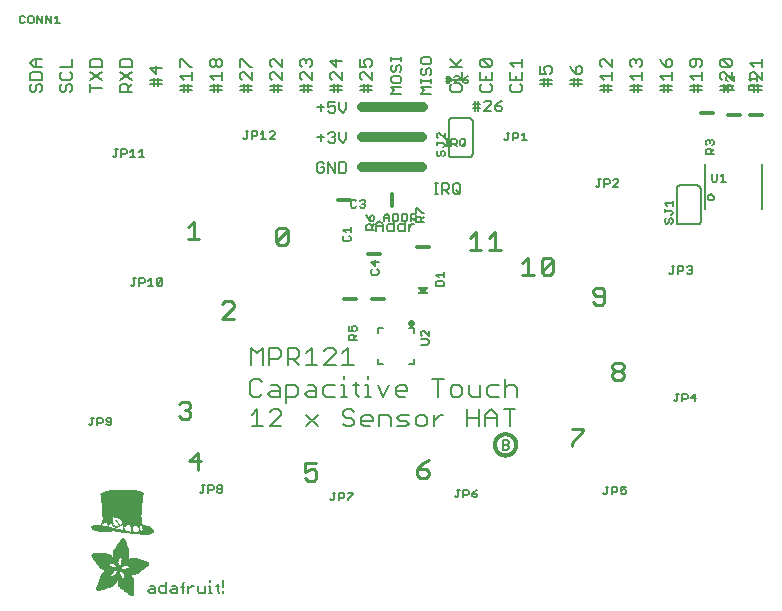
<source format=gbr>
G04 EAGLE Gerber RS-274X export*
G75*
%MOMM*%
%FSLAX34Y34*%
%LPD*%
%INSilkscreen Top*%
%IPPOS*%
%AMOC8*
5,1,8,0,0,1.08239X$1,22.5*%
G01*
%ADD10C,0.127000*%
%ADD11C,0.812800*%
%ADD12C,0.279400*%
%ADD13C,0.203200*%
%ADD14C,0.152400*%
%ADD15C,0.304800*%
%ADD16R,0.068600X0.007600*%
%ADD17R,0.114300X0.007600*%
%ADD18R,0.152400X0.007700*%
%ADD19R,0.182900X0.007600*%
%ADD20R,0.205700X0.007600*%
%ADD21R,0.228600X0.007600*%
%ADD22R,0.259100X0.007600*%
%ADD23R,0.274300X0.007700*%
%ADD24R,0.289500X0.007600*%
%ADD25R,0.304800X0.007600*%
%ADD26R,0.320100X0.007600*%
%ADD27R,0.342900X0.007600*%
%ADD28R,0.350500X0.007700*%
%ADD29R,0.365800X0.007600*%
%ADD30R,0.381000X0.007600*%
%ADD31R,0.388600X0.007600*%
%ADD32R,0.403800X0.007600*%
%ADD33R,0.419100X0.007700*%
%ADD34R,0.426700X0.007600*%
%ADD35R,0.441900X0.007600*%
%ADD36R,0.449600X0.007600*%
%ADD37R,0.464800X0.007600*%
%ADD38R,0.480000X0.007700*%
%ADD39R,0.487600X0.007600*%
%ADD40R,0.495300X0.007600*%
%ADD41R,0.510500X0.007600*%
%ADD42R,0.518100X0.007600*%
%ADD43R,0.525700X0.007700*%
%ADD44R,0.541000X0.007600*%
%ADD45R,0.548600X0.007600*%
%ADD46R,0.563800X0.007600*%
%ADD47R,0.571500X0.007600*%
%ADD48R,0.579100X0.007700*%
%ADD49R,0.594300X0.007600*%
%ADD50R,0.601900X0.007600*%
%ADD51R,0.609600X0.007600*%
%ADD52R,0.624800X0.007600*%
%ADD53R,0.632400X0.007700*%
%ADD54R,0.640000X0.007600*%
%ADD55R,0.655300X0.007600*%
%ADD56R,0.662900X0.007600*%
%ADD57R,0.678100X0.007600*%
%ADD58R,0.685800X0.007700*%
%ADD59R,0.693400X0.007600*%
%ADD60R,0.708600X0.007600*%
%ADD61R,0.716200X0.007600*%
%ADD62R,0.723900X0.007600*%
%ADD63R,0.739100X0.007700*%
%ADD64R,0.746700X0.007600*%
%ADD65R,0.754300X0.007600*%
%ADD66R,0.769600X0.007600*%
%ADD67R,0.777200X0.007600*%
%ADD68R,0.792400X0.007700*%
%ADD69R,0.800100X0.007600*%
%ADD70R,0.807700X0.007600*%
%ADD71R,0.822900X0.007600*%
%ADD72R,0.830500X0.007600*%
%ADD73R,0.838200X0.007700*%
%ADD74R,0.091500X0.007600*%
%ADD75R,0.853400X0.007600*%
%ADD76R,0.144700X0.007600*%
%ADD77R,0.861000X0.007600*%
%ADD78R,0.190500X0.007600*%
%ADD79R,0.876300X0.007600*%
%ADD80R,0.221000X0.007600*%
%ADD81R,0.883900X0.007600*%
%ADD82R,0.259000X0.007700*%
%ADD83R,0.891500X0.007700*%
%ADD84R,0.289600X0.007600*%
%ADD85R,0.906700X0.007600*%
%ADD86R,0.914400X0.007600*%
%ADD87R,0.350500X0.007600*%
%ADD88R,0.922000X0.007600*%
%ADD89R,0.937200X0.007600*%
%ADD90R,0.411400X0.007700*%
%ADD91R,0.944800X0.007700*%
%ADD92R,0.434300X0.007600*%
%ADD93R,0.952500X0.007600*%
%ADD94R,0.464900X0.007600*%
%ADD95R,0.967700X0.007600*%
%ADD96R,0.975300X0.007600*%
%ADD97R,0.518200X0.007600*%
%ADD98R,0.990600X0.007600*%
%ADD99R,0.548600X0.007700*%
%ADD100R,0.998200X0.007700*%
%ADD101R,1.005800X0.007600*%
%ADD102R,0.594400X0.007600*%
%ADD103R,1.021000X0.007600*%
%ADD104R,0.617200X0.007600*%
%ADD105R,1.028700X0.007600*%
%ADD106R,0.647700X0.007600*%
%ADD107R,1.036300X0.007600*%
%ADD108R,0.670500X0.007700*%
%ADD109R,1.051500X0.007700*%
%ADD110R,1.059100X0.007600*%
%ADD111R,0.716300X0.007600*%
%ADD112R,1.066800X0.007600*%
%ADD113R,0.739100X0.007600*%
%ADD114R,1.074400X0.007600*%
%ADD115R,0.762000X0.007600*%
%ADD116R,1.089600X0.007600*%
%ADD117R,0.784800X0.007700*%
%ADD118R,1.097200X0.007700*%
%ADD119R,1.104900X0.007600*%
%ADD120R,0.830600X0.007600*%
%ADD121R,1.112500X0.007600*%
%ADD122R,0.845800X0.007600*%
%ADD123R,1.120100X0.007600*%
%ADD124R,0.868700X0.007600*%
%ADD125R,1.127700X0.007600*%
%ADD126R,1.135300X0.007700*%
%ADD127R,1.143000X0.007600*%
%ADD128R,0.944900X0.007600*%
%ADD129R,1.150600X0.007600*%
%ADD130R,0.960100X0.007600*%
%ADD131R,1.158200X0.007600*%
%ADD132R,0.983000X0.007600*%
%ADD133R,1.165800X0.007600*%
%ADD134R,1.005900X0.007700*%
%ADD135R,1.173400X0.007700*%
%ADD136R,1.021100X0.007600*%
%ADD137R,1.181100X0.007600*%
%ADD138R,1.044000X0.007600*%
%ADD139R,1.188700X0.007600*%
%ADD140R,1.196300X0.007600*%
%ADD141R,1.082000X0.007600*%
%ADD142R,1.203900X0.007600*%
%ADD143R,1.104900X0.007700*%
%ADD144R,1.211500X0.007700*%
%ADD145R,1.211500X0.007600*%
%ADD146R,1.219200X0.007600*%
%ADD147R,1.226800X0.007600*%
%ADD148R,1.234400X0.007600*%
%ADD149R,1.188700X0.007700*%
%ADD150R,1.242000X0.007700*%
%ADD151R,1.242000X0.007600*%
%ADD152R,1.211600X0.007600*%
%ADD153R,1.249600X0.007600*%
%ADD154R,1.257300X0.007600*%
%ADD155R,1.264900X0.007600*%
%ADD156R,1.242100X0.007700*%
%ADD157R,1.264900X0.007700*%
%ADD158R,1.272500X0.007600*%
%ADD159R,1.265000X0.007600*%
%ADD160R,1.280100X0.007600*%
%ADD161R,1.272600X0.007600*%
%ADD162R,1.287700X0.007600*%
%ADD163R,1.287800X0.007600*%
%ADD164R,1.295400X0.007700*%
%ADD165R,1.303000X0.007600*%
%ADD166R,1.318200X0.007600*%
%ADD167R,1.310600X0.007600*%
%ADD168R,1.325900X0.007600*%
%ADD169R,1.341100X0.007700*%
%ADD170R,1.318200X0.007700*%
%ADD171R,1.341100X0.007600*%
%ADD172R,1.325800X0.007600*%
%ADD173R,1.348700X0.007600*%
%ADD174R,1.364000X0.007600*%
%ADD175R,1.333500X0.007600*%
%ADD176R,1.371600X0.007700*%
%ADD177R,1.379200X0.007600*%
%ADD178R,1.379300X0.007600*%
%ADD179R,1.386900X0.007600*%
%ADD180R,1.394500X0.007600*%
%ADD181R,1.356300X0.007600*%
%ADD182R,1.394400X0.007700*%
%ADD183R,1.356300X0.007700*%
%ADD184R,1.402000X0.007600*%
%ADD185R,1.409700X0.007600*%
%ADD186R,1.363900X0.007600*%
%ADD187R,1.417300X0.007600*%
%ADD188R,1.371600X0.007600*%
%ADD189R,1.424900X0.007700*%
%ADD190R,1.424900X0.007600*%
%ADD191R,1.432600X0.007600*%
%ADD192R,1.440200X0.007600*%
%ADD193R,1.386800X0.007600*%
%ADD194R,1.447800X0.007700*%
%ADD195R,1.386800X0.007700*%
%ADD196R,1.447800X0.007600*%
%ADD197R,1.455500X0.007600*%
%ADD198R,1.394400X0.007600*%
%ADD199R,1.463100X0.007600*%
%ADD200R,1.455400X0.007700*%
%ADD201R,1.463000X0.007600*%
%ADD202R,1.470600X0.007600*%
%ADD203R,1.470600X0.007700*%
%ADD204R,1.409700X0.007700*%
%ADD205R,1.470700X0.007600*%
%ADD206R,1.402100X0.007600*%
%ADD207R,1.478300X0.007600*%
%ADD208R,1.478300X0.007700*%
%ADD209R,1.402100X0.007700*%
%ADD210R,1.485900X0.007600*%
%ADD211R,1.485900X0.007700*%
%ADD212R,1.493500X0.007700*%
%ADD213R,1.493500X0.007600*%
%ADD214R,1.394500X0.007700*%
%ADD215R,1.493600X0.007700*%
%ADD216R,1.386900X0.007700*%
%ADD217R,1.379200X0.007700*%
%ADD218R,2.857500X0.007700*%
%ADD219R,2.857500X0.007600*%
%ADD220R,2.849900X0.007600*%
%ADD221R,2.842300X0.007600*%
%ADD222R,2.834700X0.007700*%
%ADD223R,2.827000X0.007600*%
%ADD224R,2.819400X0.007600*%
%ADD225R,2.811800X0.007600*%
%ADD226R,2.811800X0.007700*%
%ADD227R,2.804100X0.007600*%
%ADD228R,2.796500X0.007600*%
%ADD229R,1.966000X0.007600*%
%ADD230R,1.943100X0.007600*%
%ADD231R,0.754400X0.007600*%
%ADD232R,1.927900X0.007700*%
%ADD233R,0.746700X0.007700*%
%ADD234R,1.912600X0.007600*%
%ADD235R,0.731500X0.007600*%
%ADD236R,1.905000X0.007600*%
%ADD237R,1.882200X0.007600*%
%ADD238R,1.874600X0.007600*%
%ADD239R,1.866900X0.007700*%
%ADD240R,0.708700X0.007700*%
%ADD241R,1.851600X0.007600*%
%ADD242R,0.701100X0.007600*%
%ADD243R,1.844000X0.007600*%
%ADD244R,1.836400X0.007600*%
%ADD245R,1.821200X0.007600*%
%ADD246R,0.685800X0.007600*%
%ADD247R,1.813500X0.007700*%
%ADD248R,1.805900X0.007600*%
%ADD249R,0.678200X0.007600*%
%ADD250R,1.790700X0.007600*%
%ADD251R,0.670600X0.007600*%
%ADD252R,1.775500X0.007600*%
%ADD253R,1.767900X0.007700*%
%ADD254R,0.663000X0.007700*%
%ADD255R,1.760200X0.007600*%
%ADD256R,1.752600X0.007600*%
%ADD257R,0.937300X0.007600*%
%ADD258R,0.792500X0.007600*%
%ADD259R,0.899100X0.007600*%
%ADD260R,0.883900X0.007700*%
%ADD261R,0.716300X0.007700*%
%ADD262R,0.647700X0.007700*%
%ADD263R,0.640100X0.007600*%
%ADD264R,0.632500X0.007600*%
%ADD265R,0.655400X0.007600*%
%ADD266R,0.632400X0.007600*%
%ADD267R,0.845800X0.007700*%
%ADD268R,0.617200X0.007700*%
%ADD269R,0.624800X0.007700*%
%ADD270R,0.602000X0.007600*%
%ADD271R,0.838200X0.007600*%
%ADD272R,0.586700X0.007600*%
%ADD273R,0.548700X0.007600*%
%ADD274R,0.830500X0.007700*%
%ADD275R,0.541000X0.007700*%
%ADD276R,0.594300X0.007700*%
%ADD277R,0.525800X0.007600*%
%ADD278R,0.586800X0.007600*%
%ADD279R,0.815300X0.007600*%
%ADD280R,0.579200X0.007600*%
%ADD281R,0.815400X0.007600*%
%ADD282R,0.815400X0.007700*%
%ADD283R,0.571500X0.007700*%
%ADD284R,0.807800X0.007600*%
%ADD285R,0.563900X0.007600*%
%ADD286R,0.457200X0.007600*%
%ADD287R,0.442000X0.007600*%
%ADD288R,0.556300X0.007600*%
%ADD289R,0.807700X0.007700*%
%ADD290R,0.411500X0.007600*%
%ADD291R,0.533400X0.007600*%
%ADD292R,0.076200X0.007600*%
%ADD293R,0.403900X0.007600*%
%ADD294R,0.525700X0.007600*%
%ADD295R,0.388700X0.007600*%
%ADD296R,0.297200X0.007600*%
%ADD297R,0.373400X0.007700*%
%ADD298R,0.503000X0.007700*%
%ADD299R,0.426800X0.007700*%
%ADD300R,0.358100X0.007600*%
%ADD301R,0.502900X0.007600*%
%ADD302R,0.472400X0.007600*%
%ADD303R,0.487700X0.007600*%
%ADD304R,0.335300X0.007600*%
%ADD305R,0.792500X0.007700*%
%ADD306R,0.327600X0.007700*%
%ADD307R,0.472400X0.007700*%
%ADD308R,0.640000X0.007700*%
%ADD309R,0.784800X0.007600*%
%ADD310R,0.320000X0.007600*%
%ADD311R,0.792400X0.007600*%
%ADD312R,1.173400X0.007600*%
%ADD313R,1.196400X0.007600*%
%ADD314R,0.784900X0.007600*%
%ADD315R,0.784900X0.007700*%
%ADD316R,0.297200X0.007700*%
%ADD317R,1.249700X0.007600*%
%ADD318R,0.281900X0.007600*%
%ADD319R,1.295400X0.007600*%
%ADD320R,0.266700X0.007600*%
%ADD321R,0.777300X0.007700*%
%ADD322R,0.266700X0.007700*%
%ADD323R,1.333500X0.007700*%
%ADD324R,0.777300X0.007600*%
%ADD325R,1.348800X0.007600*%
%ADD326R,0.251500X0.007600*%
%ADD327R,0.243900X0.007700*%
%ADD328R,0.243900X0.007600*%
%ADD329R,1.440100X0.007600*%
%ADD330R,0.236200X0.007600*%
%ADD331R,0.762000X0.007700*%
%ADD332R,0.236200X0.007700*%
%ADD333R,1.508700X0.007700*%
%ADD334R,1.531600X0.007600*%
%ADD335R,1.546900X0.007600*%
%ADD336R,1.569700X0.007600*%
%ADD337R,1.585000X0.007600*%
%ADD338R,0.746800X0.007700*%
%ADD339R,1.607800X0.007700*%
%ADD340R,0.243800X0.007600*%
%ADD341R,1.630700X0.007600*%
%ADD342R,1.653500X0.007600*%
%ADD343R,0.739200X0.007600*%
%ADD344R,1.684000X0.007600*%
%ADD345R,2.019300X0.007600*%
%ADD346R,0.731500X0.007700*%
%ADD347R,2.026900X0.007700*%
%ADD348R,2.049800X0.007600*%
%ADD349R,2.057400X0.007600*%
%ADD350R,0.708700X0.007600*%
%ADD351R,2.072600X0.007600*%
%ADD352R,0.701000X0.007600*%
%ADD353R,2.095500X0.007600*%
%ADD354R,0.693500X0.007700*%
%ADD355R,2.110800X0.007700*%
%ADD356R,2.141200X0.007600*%
%ADD357R,0.060900X0.007600*%
%ADD358R,2.872700X0.007600*%
%ADD359R,3.124200X0.007600*%
%ADD360R,3.177600X0.007600*%
%ADD361R,3.215600X0.007700*%
%ADD362R,3.253700X0.007600*%
%ADD363R,3.284300X0.007600*%
%ADD364R,3.314700X0.007600*%
%ADD365R,3.352800X0.007600*%
%ADD366R,3.375600X0.007700*%
%ADD367R,3.406200X0.007600*%
%ADD368R,3.429000X0.007600*%
%ADD369R,3.451800X0.007600*%
%ADD370R,3.482400X0.007600*%
%ADD371R,1.828800X0.007700*%
%ADD372R,1.539300X0.007700*%
%ADD373R,1.767900X0.007600*%
%ADD374R,1.767800X0.007600*%
%ADD375R,1.760200X0.007700*%
%ADD376R,1.760300X0.007600*%
%ADD377R,1.775400X0.007700*%
%ADD378R,1.379300X0.007700*%
%ADD379R,1.783000X0.007600*%
%ADD380R,1.813500X0.007600*%
%ADD381R,1.821100X0.007700*%
%ADD382R,0.503000X0.007600*%
%ADD383R,1.135400X0.007600*%
%ADD384R,1.127700X0.007700*%
%ADD385R,0.487700X0.007700*%
%ADD386R,1.120200X0.007600*%
%ADD387R,1.097300X0.007600*%
%ADD388R,0.510600X0.007600*%
%ADD389R,1.074400X0.007700*%
%ADD390R,0.525800X0.007700*%
%ADD391R,1.440200X0.007700*%
%ADD392R,1.059200X0.007600*%
%ADD393R,1.051600X0.007600*%
%ADD394R,1.051500X0.007600*%
%ADD395R,1.043900X0.007700*%
%ADD396R,0.602000X0.007700*%
%ADD397R,1.524000X0.007600*%
%ADD398R,1.539300X0.007600*%
%ADD399R,1.592600X0.007600*%
%ADD400R,1.021100X0.007700*%
%ADD401R,1.615400X0.007700*%
%ADD402R,1.013400X0.007600*%
%ADD403R,1.653600X0.007600*%
%ADD404R,1.013500X0.007600*%
%ADD405R,1.699300X0.007600*%
%ADD406R,2.743200X0.007600*%
%ADD407R,1.005900X0.007600*%
%ADD408R,2.415500X0.007600*%
%ADD409R,1.005800X0.007700*%
%ADD410R,0.281900X0.007700*%
%ADD411R,2.408000X0.007700*%
%ADD412R,2.407900X0.007600*%
%ADD413R,0.998200X0.007600*%
%ADD414R,0.282000X0.007600*%
%ADD415R,0.998300X0.007600*%
%ADD416R,2.400300X0.007600*%
%ADD417R,0.289500X0.007700*%
%ADD418R,2.400300X0.007700*%
%ADD419R,0.297100X0.007600*%
%ADD420R,0.312400X0.007600*%
%ADD421R,2.392700X0.007600*%
%ADD422R,0.990600X0.007700*%
%ADD423R,0.327700X0.007700*%
%ADD424R,2.392700X0.007700*%
%ADD425R,2.385100X0.007600*%
%ADD426R,0.381000X0.007700*%
%ADD427R,2.377400X0.007700*%
%ADD428R,2.377400X0.007600*%
%ADD429R,2.369800X0.007600*%
%ADD430R,0.419100X0.007600*%
%ADD431R,2.362200X0.007600*%
%ADD432R,0.426800X0.007600*%
%ADD433R,1.036300X0.007700*%
%ADD434R,0.442000X0.007700*%
%ADD435R,2.354600X0.007700*%
%ADD436R,2.354600X0.007600*%
%ADD437R,0.480100X0.007600*%
%ADD438R,2.347000X0.007600*%
%ADD439R,1.074500X0.007600*%
%ADD440R,2.339400X0.007600*%
%ADD441R,1.082100X0.007700*%
%ADD442R,0.548700X0.007700*%
%ADD443R,2.331800X0.007700*%
%ADD444R,2.331800X0.007600*%
%ADD445R,0.624900X0.007600*%
%ADD446R,2.324100X0.007600*%
%ADD447R,1.859300X0.007600*%
%ADD448R,2.308800X0.007600*%
%ADD449R,2.301200X0.007700*%
%ADD450R,2.301200X0.007600*%
%ADD451R,2.293600X0.007600*%
%ADD452R,2.278400X0.007600*%
%ADD453R,1.889800X0.007600*%
%ADD454R,2.270700X0.007600*%
%ADD455R,1.897400X0.007700*%
%ADD456R,2.255500X0.007700*%
%ADD457R,1.897400X0.007600*%
%ADD458R,2.247900X0.007600*%
%ADD459R,2.232600X0.007600*%
%ADD460R,1.912700X0.007600*%
%ADD461R,2.209800X0.007600*%
%ADD462R,1.920300X0.007600*%
%ADD463R,2.186900X0.007600*%
%ADD464R,1.920300X0.007700*%
%ADD465R,2.171700X0.007700*%
%ADD466R,1.935500X0.007600*%
%ADD467R,2.148800X0.007600*%
%ADD468R,2.126000X0.007600*%
%ADD469R,1.950700X0.007600*%
%ADD470R,1.958400X0.007700*%
%ADD471R,2.042200X0.007700*%
%ADD472R,1.973600X0.007600*%
%ADD473R,1.996500X0.007600*%
%ADD474R,1.981200X0.007600*%
%ADD475R,1.988800X0.007600*%
%ADD476R,1.996400X0.007700*%
%ADD477R,1.996400X0.007600*%
%ADD478R,2.004100X0.007600*%
%ADD479R,1.874500X0.007600*%
%ADD480R,1.425000X0.007600*%
%ADD481R,2.026900X0.007600*%
%ADD482R,0.434400X0.007700*%
%ADD483R,1.364000X0.007700*%
%ADD484R,2.034500X0.007600*%
%ADD485R,0.434400X0.007600*%
%ADD486R,2.049700X0.007600*%
%ADD487R,2.065000X0.007700*%
%ADD488R,0.464800X0.007700*%
%ADD489R,1.196300X0.007700*%
%ADD490R,2.080300X0.007600*%
%ADD491R,1.158300X0.007600*%
%ADD492R,2.087900X0.007600*%
%ADD493R,0.472500X0.007600*%
%ADD494R,2.103100X0.007600*%
%ADD495R,2.118400X0.007600*%
%ADD496R,2.133600X0.007600*%
%ADD497R,2.148800X0.007700*%
%ADD498R,2.164000X0.007600*%
%ADD499R,2.171700X0.007600*%
%ADD500R,2.187000X0.007600*%
%ADD501R,0.556200X0.007600*%
%ADD502R,2.202200X0.007700*%
%ADD503R,0.556200X0.007700*%
%ADD504R,0.640100X0.007700*%
%ADD505R,0.579100X0.007600*%
%ADD506R,0.480000X0.007600*%
%ADD507R,1.752600X0.007700*%
%ADD508R,0.487600X0.007700*%
%ADD509R,0.594400X0.007700*%
%ADD510R,0.358100X0.007700*%
%ADD511R,0.099000X0.007600*%
%ADD512R,1.280200X0.007600*%
%ADD513R,1.745000X0.007600*%
%ADD514R,1.744900X0.007600*%
%ADD515R,1.737300X0.007700*%
%ADD516R,1.737400X0.007600*%
%ADD517R,1.729800X0.007600*%
%ADD518R,1.722200X0.007600*%
%ADD519R,1.722100X0.007600*%
%ADD520R,1.714500X0.007700*%
%ADD521R,1.356400X0.007700*%
%ADD522R,1.706900X0.007600*%
%ADD523R,1.356400X0.007600*%
%ADD524R,1.691700X0.007600*%
%ADD525R,1.668800X0.007700*%
%ADD526R,1.645900X0.007600*%
%ADD527R,1.623100X0.007600*%
%ADD528R,1.577400X0.007600*%
%ADD529R,1.554400X0.007600*%
%ADD530R,1.539200X0.007600*%
%ADD531R,1.524000X0.007700*%
%ADD532R,1.501100X0.007600*%
%ADD533R,1.455400X0.007600*%
%ADD534R,1.348800X0.007700*%
%ADD535R,1.318300X0.007600*%
%ADD536R,1.310600X0.007700*%
%ADD537R,1.287800X0.007700*%
%ADD538R,1.234500X0.007600*%
%ADD539R,1.226900X0.007600*%
%ADD540R,1.173500X0.007700*%
%ADD541R,1.173500X0.007600*%
%ADD542R,1.165900X0.007600*%
%ADD543R,1.143000X0.007700*%
%ADD544R,1.127800X0.007600*%
%ADD545R,1.097200X0.007600*%
%ADD546R,1.028700X0.007700*%
%ADD547R,0.982900X0.007600*%
%ADD548R,0.952500X0.007700*%
%ADD549R,0.929600X0.007600*%
%ADD550R,0.906800X0.007700*%
%ADD551R,0.906800X0.007600*%
%ADD552R,0.899200X0.007600*%
%ADD553R,0.884000X0.007600*%
%ADD554R,0.876300X0.007700*%
%ADD555R,0.830600X0.007700*%
%ADD556R,0.754400X0.007700*%
%ADD557R,0.746800X0.007600*%
%ADD558R,0.708600X0.007700*%
%ADD559R,0.678200X0.007700*%
%ADD560R,0.663000X0.007600*%
%ADD561R,0.632500X0.007700*%
%ADD562R,0.556300X0.007700*%
%ADD563R,0.518200X0.007700*%
%ADD564R,0.434300X0.007700*%
%ADD565R,0.396300X0.007700*%
%ADD566R,0.373300X0.007600*%
%ADD567R,0.365700X0.007600*%
%ADD568R,0.327700X0.007600*%
%ADD569R,0.304800X0.007700*%
%ADD570R,0.274300X0.007600*%
%ADD571R,0.243800X0.007700*%
%ADD572R,0.205800X0.007600*%
%ADD573R,0.152400X0.007600*%
%ADD574R,0.121900X0.007700*%
%ADD575R,0.787400X0.025400*%
%ADD576R,1.219200X0.025400*%
%ADD577R,1.549400X0.025400*%
%ADD578R,0.762000X0.025400*%
%ADD579R,0.381000X0.025400*%
%ADD580R,0.736600X0.025400*%
%ADD581R,0.965200X0.025400*%
%ADD582R,1.193800X0.025400*%
%ADD583R,1.346200X0.025400*%
%ADD584R,0.812800X0.025400*%
%ADD585R,1.295400X0.025400*%
%ADD586R,0.863600X0.025400*%
%ADD587R,0.025400X0.025400*%
%ADD588R,0.279400X0.025400*%
%ADD589R,0.939800X0.025400*%
%ADD590R,1.016000X0.025400*%
%ADD591R,0.914400X0.025400*%
%ADD592R,0.127000X0.025400*%
%ADD593R,0.203200X0.025400*%
%ADD594R,1.066800X0.025400*%
%ADD595R,0.990600X0.025400*%
%ADD596R,0.228600X0.025400*%
%ADD597R,0.177800X0.025400*%
%ADD598R,1.143000X0.025400*%
%ADD599R,0.152400X0.025400*%
%ADD600R,2.438400X0.025400*%
%ADD601R,2.387600X0.025400*%
%ADD602R,0.101600X0.025400*%
%ADD603R,2.336800X0.025400*%
%ADD604R,0.076200X0.025400*%
%ADD605R,2.260600X0.025400*%
%ADD606R,2.184400X0.025400*%
%ADD607R,0.889000X0.025400*%
%ADD608R,2.108200X0.025400*%
%ADD609R,2.032000X0.025400*%
%ADD610R,1.930400X0.025400*%
%ADD611R,0.838200X0.025400*%
%ADD612R,1.854200X0.025400*%
%ADD613R,0.050800X0.025400*%
%ADD614R,1.727200X0.025400*%
%ADD615R,1.651000X0.025400*%
%ADD616R,1.524000X0.025400*%
%ADD617R,0.685800X0.025400*%
%ADD618R,1.422400X0.025400*%
%ADD619R,0.330200X0.025400*%
%ADD620R,0.635000X0.025400*%
%ADD621R,1.320800X0.025400*%
%ADD622R,0.584200X0.025400*%
%ADD623R,0.254000X0.025400*%
%ADD624R,0.508000X0.025400*%
%ADD625R,0.304800X0.025400*%
%ADD626R,0.431800X0.025400*%
%ADD627R,0.355600X0.025400*%
%ADD628R,0.711200X0.025400*%
%ADD629R,1.168400X0.025400*%
%ADD630R,0.609600X0.025400*%
%ADD631R,0.406400X0.025400*%
%ADD632R,0.558800X0.025400*%
%ADD633R,1.625600X0.025400*%
%ADD634R,1.803400X0.025400*%
%ADD635R,1.879600X0.025400*%
%ADD636R,1.905000X0.025400*%
%ADD637R,2.006600X0.025400*%
%ADD638R,2.133600X0.025400*%
%ADD639R,3.302000X0.025400*%
%ADD640R,3.327400X0.025400*%
%ADD641R,3.352800X0.025400*%
%ADD642R,3.378200X0.025400*%
%ADD643R,3.403600X0.025400*%
%ADD644R,3.429000X0.025400*%
%ADD645R,3.454400X0.025400*%
%ADD646R,3.479800X0.025400*%
%ADD647R,3.505200X0.025400*%
%ADD648R,3.530600X0.025400*%
%ADD649R,3.556000X0.025400*%
%ADD650R,3.581400X0.025400*%
%ADD651R,3.606800X0.025400*%
%ADD652R,3.632200X0.025400*%
%ADD653R,3.657600X0.025400*%
%ADD654R,3.251200X0.025400*%
%ADD655R,3.149600X0.025400*%
%ADD656R,2.997200X0.025400*%
%ADD657R,2.819400X0.025400*%
%ADD658R,2.616200X0.025400*%
%ADD659R,1.778000X0.025400*%
%ADD660R,1.244600X0.025400*%
%ADD661R,0.889000X0.190500*%

G36*
X354369Y246890D02*
X354369Y246890D01*
X354374Y246890D01*
X354490Y246916D01*
X354606Y246941D01*
X354610Y246943D01*
X354614Y246944D01*
X354716Y247005D01*
X354818Y247066D01*
X354821Y247069D01*
X354824Y247071D01*
X354939Y247193D01*
X358749Y252273D01*
X358757Y252289D01*
X358770Y252302D01*
X358814Y252398D01*
X358863Y252491D01*
X358866Y252509D01*
X358873Y252525D01*
X358885Y252630D01*
X358901Y252734D01*
X358898Y252752D01*
X358900Y252769D01*
X358878Y252872D01*
X358860Y252977D01*
X358852Y252992D01*
X358848Y253010D01*
X358794Y253100D01*
X358744Y253194D01*
X358731Y253206D01*
X358722Y253221D01*
X358642Y253290D01*
X358565Y253362D01*
X358548Y253369D01*
X358535Y253381D01*
X358437Y253420D01*
X358341Y253464D01*
X358323Y253466D01*
X358307Y253473D01*
X358140Y253491D01*
X350520Y253491D01*
X350502Y253488D01*
X350485Y253490D01*
X350381Y253469D01*
X350277Y253452D01*
X350262Y253443D01*
X350244Y253440D01*
X350153Y253386D01*
X350060Y253336D01*
X350048Y253324D01*
X350032Y253315D01*
X349963Y253235D01*
X349891Y253158D01*
X349883Y253142D01*
X349871Y253128D01*
X349831Y253031D01*
X349787Y252935D01*
X349785Y252917D01*
X349778Y252901D01*
X349771Y252795D01*
X349760Y252691D01*
X349764Y252673D01*
X349762Y252655D01*
X349790Y252553D01*
X349812Y252450D01*
X349821Y252435D01*
X349826Y252418D01*
X349911Y252273D01*
X353721Y247193D01*
X353724Y247190D01*
X353726Y247187D01*
X353813Y247105D01*
X353898Y247023D01*
X353902Y247021D01*
X353905Y247018D01*
X354014Y246968D01*
X354121Y246918D01*
X354125Y246918D01*
X354129Y246916D01*
X354247Y246903D01*
X354365Y246890D01*
X354369Y246890D01*
G37*
D10*
X23276Y424697D02*
X21581Y423002D01*
X21581Y419613D01*
X23276Y417918D01*
X24971Y417918D01*
X26666Y419613D01*
X26666Y423002D01*
X28360Y424697D01*
X30055Y424697D01*
X31750Y423002D01*
X31750Y419613D01*
X30055Y417918D01*
X31750Y428443D02*
X21581Y428443D01*
X31750Y428443D02*
X31750Y433527D01*
X30055Y435222D01*
X23276Y435222D01*
X21581Y433527D01*
X21581Y428443D01*
X24971Y438967D02*
X31750Y438967D01*
X24971Y438967D02*
X21581Y442357D01*
X24971Y445746D01*
X31750Y445746D01*
X26666Y445746D02*
X26666Y438967D01*
X46981Y423002D02*
X48676Y424697D01*
X46981Y423002D02*
X46981Y419613D01*
X48676Y417918D01*
X50371Y417918D01*
X52066Y419613D01*
X52066Y423002D01*
X53760Y424697D01*
X55455Y424697D01*
X57150Y423002D01*
X57150Y419613D01*
X55455Y417918D01*
X46981Y433527D02*
X48676Y435222D01*
X46981Y433527D02*
X46981Y430138D01*
X48676Y428443D01*
X55455Y428443D01*
X57150Y430138D01*
X57150Y433527D01*
X55455Y435222D01*
X57150Y438967D02*
X46981Y438967D01*
X57150Y438967D02*
X57150Y445746D01*
X72381Y421308D02*
X82550Y421308D01*
X72381Y424697D02*
X72381Y417918D01*
X72381Y428443D02*
X82550Y435222D01*
X82550Y428443D02*
X72381Y435222D01*
X72381Y438967D02*
X82550Y438967D01*
X82550Y444052D01*
X80855Y445746D01*
X74076Y445746D01*
X72381Y444052D01*
X72381Y438967D01*
X97781Y417918D02*
X107950Y417918D01*
X97781Y417918D02*
X97781Y423002D01*
X99476Y424697D01*
X102866Y424697D01*
X104560Y423002D01*
X104560Y417918D01*
X104560Y421308D02*
X107950Y424697D01*
X107950Y435222D02*
X97781Y428443D01*
X97781Y435222D02*
X107950Y428443D01*
X107950Y438967D02*
X97781Y438967D01*
X107950Y438967D02*
X107950Y444052D01*
X106255Y445746D01*
X99476Y445746D01*
X97781Y444052D01*
X97781Y438967D01*
X123181Y424875D02*
X133350Y424875D01*
X133350Y428265D02*
X123181Y428265D01*
X126571Y428265D02*
X126571Y423180D01*
X126571Y428265D02*
X126571Y429960D01*
X129960Y429960D02*
X129960Y423180D01*
X133350Y438789D02*
X123181Y438789D01*
X128266Y433705D01*
X128266Y440484D01*
X148581Y419613D02*
X158750Y419613D01*
X158750Y423002D02*
X148581Y423002D01*
X151971Y423002D02*
X151971Y417918D01*
X151971Y423002D02*
X151971Y424697D01*
X155360Y424697D02*
X155360Y417918D01*
X151971Y428443D02*
X148581Y431832D01*
X158750Y431832D01*
X158750Y428443D02*
X158750Y435222D01*
X148581Y438967D02*
X148581Y445746D01*
X150276Y445746D01*
X157055Y438967D01*
X158750Y438967D01*
X173981Y419613D02*
X184150Y419613D01*
X184150Y423002D02*
X173981Y423002D01*
X177371Y423002D02*
X177371Y417918D01*
X177371Y423002D02*
X177371Y424697D01*
X180760Y424697D02*
X180760Y417918D01*
X177371Y428443D02*
X173981Y431832D01*
X184150Y431832D01*
X184150Y428443D02*
X184150Y435222D01*
X175676Y438967D02*
X173981Y440662D01*
X173981Y444052D01*
X175676Y445746D01*
X177371Y445746D01*
X179066Y444052D01*
X180760Y445746D01*
X182455Y445746D01*
X184150Y444052D01*
X184150Y440662D01*
X182455Y438967D01*
X180760Y438967D01*
X179066Y440662D01*
X177371Y438967D01*
X175676Y438967D01*
X179066Y440662D02*
X179066Y444052D01*
X199381Y419613D02*
X209550Y419613D01*
X209550Y423002D02*
X199381Y423002D01*
X202771Y423002D02*
X202771Y417918D01*
X202771Y423002D02*
X202771Y424697D01*
X206160Y424697D02*
X206160Y417918D01*
X209550Y428443D02*
X209550Y435222D01*
X209550Y428443D02*
X202771Y435222D01*
X201076Y435222D01*
X199381Y433527D01*
X199381Y430138D01*
X201076Y428443D01*
X199381Y438967D02*
X199381Y445746D01*
X201076Y445746D01*
X207855Y438967D01*
X209550Y438967D01*
X224781Y419613D02*
X234950Y419613D01*
X234950Y423002D02*
X224781Y423002D01*
X228171Y423002D02*
X228171Y417918D01*
X228171Y423002D02*
X228171Y424697D01*
X231560Y424697D02*
X231560Y417918D01*
X234950Y428443D02*
X234950Y435222D01*
X234950Y428443D02*
X228171Y435222D01*
X226476Y435222D01*
X224781Y433527D01*
X224781Y430138D01*
X226476Y428443D01*
X234950Y438967D02*
X234950Y445746D01*
X234950Y438967D02*
X228171Y445746D01*
X226476Y445746D01*
X224781Y444052D01*
X224781Y440662D01*
X226476Y438967D01*
X250181Y419613D02*
X260350Y419613D01*
X260350Y423002D02*
X250181Y423002D01*
X253571Y423002D02*
X253571Y417918D01*
X253571Y423002D02*
X253571Y424697D01*
X256960Y424697D02*
X256960Y417918D01*
X260350Y428443D02*
X260350Y435222D01*
X260350Y428443D02*
X253571Y435222D01*
X251876Y435222D01*
X250181Y433527D01*
X250181Y430138D01*
X251876Y428443D01*
X251876Y438967D02*
X250181Y440662D01*
X250181Y444052D01*
X251876Y445746D01*
X253571Y445746D01*
X255266Y444052D01*
X255266Y442357D01*
X255266Y444052D02*
X256960Y445746D01*
X258655Y445746D01*
X260350Y444052D01*
X260350Y440662D01*
X258655Y438967D01*
X275581Y419613D02*
X285750Y419613D01*
X285750Y423002D02*
X275581Y423002D01*
X278971Y423002D02*
X278971Y417918D01*
X278971Y423002D02*
X278971Y424697D01*
X282360Y424697D02*
X282360Y417918D01*
X285750Y428443D02*
X285750Y435222D01*
X285750Y428443D02*
X278971Y435222D01*
X277276Y435222D01*
X275581Y433527D01*
X275581Y430138D01*
X277276Y428443D01*
X275581Y444052D02*
X285750Y444052D01*
X280666Y438967D02*
X275581Y444052D01*
X280666Y445746D02*
X280666Y438967D01*
X300981Y419613D02*
X311150Y419613D01*
X311150Y423002D02*
X300981Y423002D01*
X304371Y423002D02*
X304371Y417918D01*
X304371Y423002D02*
X304371Y424697D01*
X307760Y424697D02*
X307760Y417918D01*
X311150Y428443D02*
X311150Y435222D01*
X311150Y428443D02*
X304371Y435222D01*
X302676Y435222D01*
X300981Y433527D01*
X300981Y430138D01*
X302676Y428443D01*
X300981Y438967D02*
X300981Y445746D01*
X300981Y438967D02*
X306066Y438967D01*
X304371Y442357D01*
X304371Y444052D01*
X306066Y445746D01*
X309455Y445746D01*
X311150Y444052D01*
X311150Y440662D01*
X309455Y438967D01*
X327017Y416554D02*
X335915Y416554D01*
X329983Y419520D02*
X327017Y416554D01*
X329983Y419520D02*
X327017Y422486D01*
X335915Y422486D01*
X327017Y427392D02*
X327017Y430358D01*
X327017Y427392D02*
X328500Y425909D01*
X334432Y425909D01*
X335915Y427392D01*
X335915Y430358D01*
X334432Y431841D01*
X328500Y431841D01*
X327017Y430358D01*
X327017Y439713D02*
X328500Y441196D01*
X327017Y439713D02*
X327017Y436747D01*
X328500Y435264D01*
X329983Y435264D01*
X331466Y436747D01*
X331466Y439713D01*
X332949Y441196D01*
X334432Y441196D01*
X335915Y439713D01*
X335915Y436747D01*
X334432Y435264D01*
X335915Y444619D02*
X335915Y447585D01*
X335915Y446102D02*
X327017Y446102D01*
X327017Y444619D02*
X327017Y447585D01*
X352417Y416554D02*
X361315Y416554D01*
X355383Y419520D02*
X352417Y416554D01*
X355383Y419520D02*
X352417Y422486D01*
X361315Y422486D01*
X361315Y425909D02*
X361315Y428875D01*
X361315Y427392D02*
X352417Y427392D01*
X352417Y425909D02*
X352417Y428875D01*
X352417Y436595D02*
X353900Y438078D01*
X352417Y436595D02*
X352417Y433629D01*
X353900Y432146D01*
X355383Y432146D01*
X356866Y433629D01*
X356866Y436595D01*
X358349Y438078D01*
X359832Y438078D01*
X361315Y436595D01*
X361315Y433629D01*
X359832Y432146D01*
X352417Y442984D02*
X352417Y445950D01*
X352417Y442984D02*
X353900Y441501D01*
X359832Y441501D01*
X361315Y442984D01*
X361315Y445950D01*
X359832Y447433D01*
X353900Y447433D01*
X352417Y445950D01*
X377181Y423002D02*
X378876Y424697D01*
X377181Y423002D02*
X377181Y419613D01*
X378876Y417918D01*
X385655Y417918D01*
X387350Y419613D01*
X387350Y423002D01*
X385655Y424697D01*
X387350Y428443D02*
X377181Y428443D01*
X387350Y428443D02*
X387350Y435222D01*
X387350Y438967D02*
X377181Y438967D01*
X383960Y438967D02*
X377181Y445746D01*
X382266Y440662D02*
X387350Y445746D01*
X404276Y424697D02*
X402581Y423002D01*
X402581Y419613D01*
X404276Y417918D01*
X411055Y417918D01*
X412750Y419613D01*
X412750Y423002D01*
X411055Y424697D01*
X402581Y428443D02*
X402581Y435222D01*
X402581Y428443D02*
X412750Y428443D01*
X412750Y435222D01*
X407666Y431832D02*
X407666Y428443D01*
X411055Y438967D02*
X404276Y438967D01*
X402581Y440662D01*
X402581Y444052D01*
X404276Y445746D01*
X411055Y445746D01*
X412750Y444052D01*
X412750Y440662D01*
X411055Y438967D01*
X404276Y445746D01*
X427981Y423002D02*
X429676Y424697D01*
X427981Y423002D02*
X427981Y419613D01*
X429676Y417918D01*
X436455Y417918D01*
X438150Y419613D01*
X438150Y423002D01*
X436455Y424697D01*
X427981Y428443D02*
X427981Y435222D01*
X427981Y428443D02*
X438150Y428443D01*
X438150Y435222D01*
X433066Y431832D02*
X433066Y428443D01*
X431371Y438967D02*
X427981Y442357D01*
X438150Y442357D01*
X438150Y445746D02*
X438150Y438967D01*
X453381Y424875D02*
X463550Y424875D01*
X463550Y428265D02*
X453381Y428265D01*
X456771Y428265D02*
X456771Y423180D01*
X456771Y428265D02*
X456771Y429960D01*
X460160Y429960D02*
X460160Y423180D01*
X453381Y433705D02*
X453381Y440484D01*
X453381Y433705D02*
X458466Y433705D01*
X456771Y437095D01*
X456771Y438789D01*
X458466Y440484D01*
X461855Y440484D01*
X463550Y438789D01*
X463550Y435400D01*
X461855Y433705D01*
X478781Y424875D02*
X488950Y424875D01*
X488950Y428265D02*
X478781Y428265D01*
X482171Y428265D02*
X482171Y423180D01*
X482171Y428265D02*
X482171Y429960D01*
X485560Y429960D02*
X485560Y423180D01*
X480476Y437095D02*
X478781Y440484D01*
X480476Y437095D02*
X483866Y433705D01*
X487255Y433705D01*
X488950Y435400D01*
X488950Y438789D01*
X487255Y440484D01*
X485560Y440484D01*
X483866Y438789D01*
X483866Y433705D01*
X504181Y419613D02*
X514350Y419613D01*
X514350Y423002D02*
X504181Y423002D01*
X507571Y423002D02*
X507571Y417918D01*
X507571Y423002D02*
X507571Y424697D01*
X510960Y424697D02*
X510960Y417918D01*
X507571Y428443D02*
X504181Y431832D01*
X514350Y431832D01*
X514350Y428443D02*
X514350Y435222D01*
X514350Y438967D02*
X514350Y445746D01*
X514350Y438967D02*
X507571Y445746D01*
X505876Y445746D01*
X504181Y444052D01*
X504181Y440662D01*
X505876Y438967D01*
X529581Y419613D02*
X539750Y419613D01*
X539750Y423002D02*
X529581Y423002D01*
X532971Y423002D02*
X532971Y417918D01*
X532971Y423002D02*
X532971Y424697D01*
X536360Y424697D02*
X536360Y417918D01*
X532971Y428443D02*
X529581Y431832D01*
X539750Y431832D01*
X539750Y428443D02*
X539750Y435222D01*
X531276Y438967D02*
X529581Y440662D01*
X529581Y444052D01*
X531276Y445746D01*
X532971Y445746D01*
X534666Y444052D01*
X534666Y442357D01*
X534666Y444052D02*
X536360Y445746D01*
X538055Y445746D01*
X539750Y444052D01*
X539750Y440662D01*
X538055Y438967D01*
X554981Y419613D02*
X565150Y419613D01*
X565150Y423002D02*
X554981Y423002D01*
X558371Y423002D02*
X558371Y417918D01*
X558371Y423002D02*
X558371Y424697D01*
X561760Y424697D02*
X561760Y417918D01*
X558371Y428443D02*
X554981Y431832D01*
X565150Y431832D01*
X565150Y428443D02*
X565150Y435222D01*
X556676Y442357D02*
X554981Y445746D01*
X556676Y442357D02*
X560066Y438967D01*
X563455Y438967D01*
X565150Y440662D01*
X565150Y444052D01*
X563455Y445746D01*
X561760Y445746D01*
X560066Y444052D01*
X560066Y438967D01*
X580381Y419613D02*
X590550Y419613D01*
X590550Y423002D02*
X580381Y423002D01*
X583771Y423002D02*
X583771Y417918D01*
X583771Y423002D02*
X583771Y424697D01*
X587160Y424697D02*
X587160Y417918D01*
X583771Y428443D02*
X580381Y431832D01*
X590550Y431832D01*
X590550Y428443D02*
X590550Y435222D01*
X588855Y438967D02*
X590550Y440662D01*
X590550Y444052D01*
X588855Y445746D01*
X582076Y445746D01*
X580381Y444052D01*
X580381Y440662D01*
X582076Y438967D01*
X583771Y438967D01*
X585466Y440662D01*
X585466Y445746D01*
X605781Y419613D02*
X615950Y419613D01*
X615950Y423002D02*
X605781Y423002D01*
X609171Y423002D02*
X609171Y417918D01*
X609171Y423002D02*
X609171Y424697D01*
X612560Y424697D02*
X612560Y417918D01*
X615950Y428443D02*
X615950Y435222D01*
X615950Y428443D02*
X609171Y435222D01*
X607476Y435222D01*
X605781Y433527D01*
X605781Y430138D01*
X607476Y428443D01*
X607476Y438967D02*
X614255Y438967D01*
X607476Y438967D02*
X605781Y440662D01*
X605781Y444052D01*
X607476Y445746D01*
X614255Y445746D01*
X615950Y444052D01*
X615950Y440662D01*
X614255Y438967D01*
X607476Y445746D01*
X631181Y419613D02*
X641350Y419613D01*
X641350Y423002D02*
X631181Y423002D01*
X634571Y423002D02*
X634571Y417918D01*
X634571Y423002D02*
X634571Y424697D01*
X637960Y424697D02*
X637960Y417918D01*
X641350Y428443D02*
X641350Y435222D01*
X641350Y428443D02*
X634571Y435222D01*
X632876Y435222D01*
X631181Y433527D01*
X631181Y430138D01*
X632876Y428443D01*
X634571Y438967D02*
X631181Y442357D01*
X641350Y442357D01*
X641350Y445746D02*
X641350Y438967D01*
X125734Y217D02*
X122768Y217D01*
X125734Y217D02*
X127217Y-1266D01*
X127217Y-5715D01*
X122768Y-5715D01*
X121285Y-4232D01*
X122768Y-2749D01*
X127217Y-2749D01*
X136572Y-5715D02*
X136572Y3183D01*
X136572Y-5715D02*
X132123Y-5715D01*
X130640Y-4232D01*
X130640Y-1266D01*
X132123Y217D01*
X136572Y217D01*
X141478Y217D02*
X144444Y217D01*
X145927Y-1266D01*
X145927Y-5715D01*
X141478Y-5715D01*
X139995Y-4232D01*
X141478Y-2749D01*
X145927Y-2749D01*
X150833Y-5715D02*
X150833Y1700D01*
X152316Y3183D01*
X152316Y-1266D02*
X149351Y-1266D01*
X155587Y217D02*
X155587Y-5715D01*
X155587Y-2749D02*
X158553Y217D01*
X160036Y217D01*
X163383Y217D02*
X163383Y-4232D01*
X164866Y-5715D01*
X169315Y-5715D01*
X169315Y217D01*
X172739Y217D02*
X174221Y217D01*
X174221Y-5715D01*
X172739Y-5715D02*
X175704Y-5715D01*
X174221Y3183D02*
X174221Y4666D01*
X180458Y1700D02*
X180458Y-4232D01*
X181941Y-5715D01*
X181941Y217D02*
X178975Y217D01*
X185212Y-4232D02*
X185212Y-5715D01*
X185212Y-1266D02*
X185212Y4666D01*
D11*
X302260Y354330D02*
X353060Y354330D01*
D10*
X270664Y357300D02*
X269181Y358783D01*
X266215Y358783D01*
X264732Y357300D01*
X264732Y351368D01*
X266215Y349885D01*
X269181Y349885D01*
X270664Y351368D01*
X270664Y354334D01*
X267698Y354334D01*
X274087Y349885D02*
X274087Y358783D01*
X280019Y349885D01*
X280019Y358783D01*
X283443Y358783D02*
X283443Y349885D01*
X287891Y349885D01*
X289374Y351368D01*
X289374Y357300D01*
X287891Y358783D01*
X283443Y358783D01*
X270664Y379734D02*
X264732Y379734D01*
X267698Y382700D02*
X267698Y376768D01*
X274087Y382700D02*
X275570Y384183D01*
X278536Y384183D01*
X280019Y382700D01*
X280019Y381217D01*
X278536Y379734D01*
X277053Y379734D01*
X278536Y379734D02*
X280019Y378251D01*
X280019Y376768D01*
X278536Y375285D01*
X275570Y375285D01*
X274087Y376768D01*
X283443Y378251D02*
X283443Y384183D01*
X283443Y378251D02*
X286408Y375285D01*
X289374Y378251D01*
X289374Y384183D01*
D11*
X302260Y379730D02*
X353060Y379730D01*
X354330Y405130D02*
X302260Y405130D01*
D10*
X270664Y405134D02*
X264732Y405134D01*
X267698Y408100D02*
X267698Y402168D01*
X274087Y409583D02*
X280019Y409583D01*
X274087Y409583D02*
X274087Y405134D01*
X277053Y406617D01*
X278536Y406617D01*
X280019Y405134D01*
X280019Y402168D01*
X278536Y400685D01*
X275570Y400685D01*
X274087Y402168D01*
X283443Y403651D02*
X283443Y409583D01*
X283443Y403651D02*
X286408Y400685D01*
X289374Y403651D01*
X289374Y409583D01*
D12*
X229997Y300916D02*
X229997Y290917D01*
X229997Y300916D02*
X232497Y303416D01*
X237496Y303416D01*
X239996Y300916D01*
X239996Y290917D01*
X237496Y288417D01*
X232497Y288417D01*
X229997Y290917D01*
X239996Y300916D01*
X160067Y308496D02*
X155067Y303496D01*
X160067Y308496D02*
X160067Y293497D01*
X165066Y293497D02*
X155067Y293497D01*
X184277Y226187D02*
X194276Y226187D01*
X184277Y226187D02*
X194276Y236186D01*
X194276Y238686D01*
X191776Y241186D01*
X186777Y241186D01*
X184277Y238686D01*
X149947Y156096D02*
X147447Y153596D01*
X149947Y156096D02*
X154946Y156096D01*
X157446Y153596D01*
X157446Y151096D01*
X154946Y148596D01*
X152447Y148596D01*
X154946Y148596D02*
X157446Y146097D01*
X157446Y143597D01*
X154946Y141097D01*
X149947Y141097D01*
X147447Y143597D01*
X163836Y112916D02*
X163836Y97917D01*
X156337Y105416D02*
X163836Y112916D01*
X166336Y105416D02*
X156337Y105416D01*
X254127Y104026D02*
X264126Y104026D01*
X254127Y104026D02*
X254127Y96526D01*
X259127Y99026D01*
X261626Y99026D01*
X264126Y96526D01*
X264126Y91527D01*
X261626Y89027D01*
X256627Y89027D01*
X254127Y91527D01*
X354377Y104066D02*
X359376Y106566D01*
X354377Y104066D02*
X349377Y99066D01*
X349377Y94067D01*
X351877Y91567D01*
X356876Y91567D01*
X359376Y94067D01*
X359376Y96567D01*
X356876Y99066D01*
X349377Y99066D01*
X480187Y133236D02*
X490186Y133236D01*
X490186Y130736D01*
X480187Y120737D01*
X480187Y118237D01*
X514477Y186616D02*
X516977Y189116D01*
X521976Y189116D01*
X524476Y186616D01*
X524476Y184116D01*
X521976Y181616D01*
X524476Y179117D01*
X524476Y176617D01*
X521976Y174117D01*
X516977Y174117D01*
X514477Y176617D01*
X514477Y179117D01*
X516977Y181616D01*
X514477Y184116D01*
X514477Y186616D01*
X516977Y181616D02*
X521976Y181616D01*
X500467Y237617D02*
X497967Y240117D01*
X500467Y237617D02*
X505466Y237617D01*
X507966Y240117D01*
X507966Y250116D01*
X505466Y252616D01*
X500467Y252616D01*
X497967Y250116D01*
X497967Y247616D01*
X500467Y245116D01*
X507966Y245116D01*
X443277Y278016D02*
X438277Y273016D01*
X443277Y278016D02*
X443277Y263017D01*
X448276Y263017D02*
X438277Y263017D01*
X454649Y265517D02*
X454649Y275516D01*
X457148Y278016D01*
X462148Y278016D01*
X464648Y275516D01*
X464648Y265517D01*
X462148Y263017D01*
X457148Y263017D01*
X454649Y265517D01*
X464648Y275516D01*
X398827Y299606D02*
X393827Y294606D01*
X398827Y299606D02*
X398827Y284607D01*
X403826Y284607D02*
X393827Y284607D01*
X410199Y294606D02*
X415198Y299606D01*
X415198Y284607D01*
X410199Y284607D02*
X420198Y284607D01*
D10*
X367047Y332105D02*
X364081Y332105D01*
X365564Y332105D02*
X365564Y341003D01*
X364081Y341003D02*
X367047Y341003D01*
X370318Y341003D02*
X370318Y332105D01*
X370318Y341003D02*
X374767Y341003D01*
X376250Y339520D01*
X376250Y336554D01*
X374767Y335071D01*
X370318Y335071D01*
X373284Y335071D02*
X376250Y332105D01*
X379673Y333588D02*
X379673Y339520D01*
X381156Y341003D01*
X384122Y341003D01*
X385605Y339520D01*
X385605Y333588D01*
X384122Y332105D01*
X381156Y332105D01*
X379673Y333588D01*
X382639Y335071D02*
X385605Y332105D01*
X398295Y401955D02*
X398295Y410853D01*
X401261Y410853D02*
X401261Y401955D01*
X401261Y407887D02*
X396812Y407887D01*
X401261Y407887D02*
X402744Y407887D01*
X402744Y404921D02*
X396812Y404921D01*
X406167Y401955D02*
X412099Y401955D01*
X406167Y401955D02*
X412099Y407887D01*
X412099Y409370D01*
X410616Y410853D01*
X407650Y410853D01*
X406167Y409370D01*
X418488Y409370D02*
X421454Y410853D01*
X418488Y409370D02*
X415523Y406404D01*
X415523Y403438D01*
X417006Y401955D01*
X419971Y401955D01*
X421454Y403438D01*
X421454Y404921D01*
X419971Y406404D01*
X415523Y406404D01*
D13*
X215198Y174892D02*
X217655Y172434D01*
X215198Y174892D02*
X210283Y174892D01*
X207825Y172434D01*
X207825Y162604D01*
X210283Y160147D01*
X215198Y160147D01*
X217655Y162604D01*
X225719Y169977D02*
X230634Y169977D01*
X233091Y167519D01*
X233091Y160147D01*
X225719Y160147D01*
X223262Y162604D01*
X225719Y165062D01*
X233091Y165062D01*
X238698Y169977D02*
X238698Y155232D01*
X238698Y169977D02*
X246070Y169977D01*
X248527Y167519D01*
X248527Y162604D01*
X246070Y160147D01*
X238698Y160147D01*
X256591Y169977D02*
X261506Y169977D01*
X263963Y167519D01*
X263963Y160147D01*
X256591Y160147D01*
X254134Y162604D01*
X256591Y165062D01*
X263963Y165062D01*
X272027Y169977D02*
X279399Y169977D01*
X272027Y169977D02*
X269570Y167519D01*
X269570Y162604D01*
X272027Y160147D01*
X279399Y160147D01*
X285006Y169977D02*
X287463Y169977D01*
X287463Y160147D01*
X285006Y160147D02*
X289921Y160147D01*
X287463Y174892D02*
X287463Y177349D01*
X297754Y172434D02*
X297754Y162604D01*
X300211Y160147D01*
X300211Y169977D02*
X295296Y169977D01*
X305587Y169977D02*
X308045Y169977D01*
X308045Y160147D01*
X310502Y160147D02*
X305587Y160147D01*
X308045Y174892D02*
X308045Y177349D01*
X315878Y169977D02*
X320793Y160147D01*
X325708Y169977D01*
X333771Y160147D02*
X338686Y160147D01*
X333771Y160147D02*
X331314Y162604D01*
X331314Y167519D01*
X333771Y169977D01*
X338686Y169977D01*
X341144Y167519D01*
X341144Y165062D01*
X331314Y165062D01*
X367101Y160147D02*
X367101Y174892D01*
X362186Y174892D02*
X372016Y174892D01*
X380080Y160147D02*
X384994Y160147D01*
X387452Y162604D01*
X387452Y167519D01*
X384994Y169977D01*
X380080Y169977D01*
X377622Y167519D01*
X377622Y162604D01*
X380080Y160147D01*
X393058Y162604D02*
X393058Y169977D01*
X393058Y162604D02*
X395516Y160147D01*
X402888Y160147D01*
X402888Y169977D01*
X410952Y169977D02*
X418324Y169977D01*
X410952Y169977D02*
X408494Y167519D01*
X408494Y162604D01*
X410952Y160147D01*
X418324Y160147D01*
X423930Y160147D02*
X423930Y174892D01*
X426388Y169977D02*
X423930Y167519D01*
X426388Y169977D02*
X431303Y169977D01*
X433760Y167519D01*
X433760Y160147D01*
X214027Y149746D02*
X209112Y144831D01*
X214027Y149746D02*
X214027Y135001D01*
X209112Y135001D02*
X218942Y135001D01*
X224548Y135001D02*
X234378Y135001D01*
X224548Y135001D02*
X234378Y144831D01*
X234378Y147288D01*
X231920Y149746D01*
X227005Y149746D01*
X224548Y147288D01*
X255420Y144831D02*
X265250Y135001D01*
X255420Y135001D02*
X265250Y144831D01*
X293664Y149746D02*
X296122Y147288D01*
X293664Y149746D02*
X288750Y149746D01*
X286292Y147288D01*
X286292Y144831D01*
X288750Y142373D01*
X293664Y142373D01*
X296122Y139916D01*
X296122Y137458D01*
X293664Y135001D01*
X288750Y135001D01*
X286292Y137458D01*
X304186Y135001D02*
X309100Y135001D01*
X304186Y135001D02*
X301728Y137458D01*
X301728Y142373D01*
X304186Y144831D01*
X309100Y144831D01*
X311558Y142373D01*
X311558Y139916D01*
X301728Y139916D01*
X317164Y135001D02*
X317164Y144831D01*
X324537Y144831D01*
X326994Y142373D01*
X326994Y135001D01*
X332600Y135001D02*
X339973Y135001D01*
X342430Y137458D01*
X339973Y139916D01*
X335058Y139916D01*
X332600Y142373D01*
X335058Y144831D01*
X342430Y144831D01*
X350494Y135001D02*
X355409Y135001D01*
X357866Y137458D01*
X357866Y142373D01*
X355409Y144831D01*
X350494Y144831D01*
X348036Y142373D01*
X348036Y137458D01*
X350494Y135001D01*
X363472Y135001D02*
X363472Y144831D01*
X363472Y139916D02*
X368387Y144831D01*
X370845Y144831D01*
X391772Y149746D02*
X391772Y135001D01*
X391772Y142373D02*
X401602Y142373D01*
X401602Y135001D02*
X401602Y149746D01*
X407208Y144831D02*
X407208Y135001D01*
X407208Y144831D02*
X412123Y149746D01*
X417038Y144831D01*
X417038Y135001D01*
X417038Y142373D02*
X407208Y142373D01*
X427559Y135001D02*
X427559Y149746D01*
X422644Y149746D02*
X432474Y149746D01*
X208708Y186944D02*
X208708Y201689D01*
X213623Y196774D01*
X218538Y201689D01*
X218538Y186944D01*
X224144Y186944D02*
X224144Y201689D01*
X231516Y201689D01*
X233974Y199231D01*
X233974Y194316D01*
X231516Y191859D01*
X224144Y191859D01*
X239580Y186944D02*
X239580Y201689D01*
X246952Y201689D01*
X249410Y199231D01*
X249410Y194316D01*
X246952Y191859D01*
X239580Y191859D01*
X244495Y191859D02*
X249410Y186944D01*
X255016Y196774D02*
X259931Y201689D01*
X259931Y186944D01*
X255016Y186944D02*
X264846Y186944D01*
X270452Y186944D02*
X280282Y186944D01*
X270452Y186944D02*
X280282Y196774D01*
X280282Y199231D01*
X277824Y201689D01*
X272909Y201689D01*
X270452Y199231D01*
X285888Y196774D02*
X290803Y201689D01*
X290803Y186944D01*
X285888Y186944D02*
X295718Y186944D01*
D10*
X314174Y300355D02*
X314174Y306287D01*
X317140Y309253D01*
X320106Y306287D01*
X320106Y300355D01*
X320106Y304804D02*
X314174Y304804D01*
X329461Y309253D02*
X329461Y300355D01*
X325012Y300355D01*
X323529Y301838D01*
X323529Y304804D01*
X325012Y306287D01*
X329461Y306287D01*
X338816Y309253D02*
X338816Y300355D01*
X334368Y300355D01*
X332885Y301838D01*
X332885Y304804D01*
X334368Y306287D01*
X338816Y306287D01*
X342240Y306287D02*
X342240Y300355D01*
X342240Y303321D02*
X345206Y306287D01*
X346689Y306287D01*
D14*
X17106Y481758D02*
X16005Y482860D01*
X13802Y482860D01*
X12700Y481758D01*
X12700Y477352D01*
X13802Y476250D01*
X16005Y476250D01*
X17106Y477352D01*
X21286Y482860D02*
X23489Y482860D01*
X21286Y482860D02*
X20184Y481758D01*
X20184Y477352D01*
X21286Y476250D01*
X23489Y476250D01*
X24591Y477352D01*
X24591Y481758D01*
X23489Y482860D01*
X27668Y482860D02*
X27668Y476250D01*
X32075Y476250D02*
X27668Y482860D01*
X32075Y482860D02*
X32075Y476250D01*
X35152Y476250D02*
X35152Y482860D01*
X39559Y476250D01*
X39559Y482860D01*
X42637Y480656D02*
X44840Y482860D01*
X44840Y476250D01*
X42637Y476250D02*
X47043Y476250D01*
D13*
X593220Y356820D02*
X593220Y318820D01*
X641220Y318820D02*
X641220Y356820D01*
X595376Y328930D02*
X595378Y329030D01*
X595384Y329131D01*
X595394Y329230D01*
X595408Y329330D01*
X595425Y329429D01*
X595447Y329527D01*
X595473Y329624D01*
X595502Y329720D01*
X595535Y329814D01*
X595572Y329908D01*
X595612Y330000D01*
X595656Y330090D01*
X595704Y330178D01*
X595755Y330265D01*
X595809Y330349D01*
X595867Y330431D01*
X595928Y330511D01*
X595992Y330588D01*
X596059Y330663D01*
X596129Y330735D01*
X596202Y330804D01*
X596277Y330870D01*
X596355Y330934D01*
X596435Y330994D01*
X596518Y331051D01*
X596603Y331104D01*
X596690Y331154D01*
X596779Y331201D01*
X596869Y331244D01*
X596961Y331284D01*
X597055Y331320D01*
X597150Y331352D01*
X597246Y331380D01*
X597344Y331405D01*
X597442Y331425D01*
X597541Y331442D01*
X597641Y331455D01*
X597740Y331464D01*
X597841Y331469D01*
X597941Y331470D01*
X598041Y331467D01*
X598142Y331460D01*
X598241Y331449D01*
X598341Y331434D01*
X598439Y331416D01*
X598537Y331393D01*
X598634Y331366D01*
X598729Y331336D01*
X598824Y331302D01*
X598917Y331264D01*
X599008Y331223D01*
X599098Y331178D01*
X599186Y331130D01*
X599272Y331078D01*
X599356Y331023D01*
X599437Y330964D01*
X599516Y330902D01*
X599593Y330838D01*
X599667Y330770D01*
X599738Y330699D01*
X599807Y330626D01*
X599872Y330550D01*
X599935Y330471D01*
X599994Y330390D01*
X600050Y330307D01*
X600103Y330222D01*
X600152Y330134D01*
X600198Y330045D01*
X600240Y329954D01*
X600279Y329861D01*
X600314Y329767D01*
X600345Y329672D01*
X600373Y329575D01*
X600396Y329478D01*
X600416Y329379D01*
X600432Y329280D01*
X600444Y329181D01*
X600452Y329080D01*
X600456Y328980D01*
X600456Y328880D01*
X600452Y328780D01*
X600444Y328679D01*
X600432Y328580D01*
X600416Y328481D01*
X600396Y328382D01*
X600373Y328285D01*
X600345Y328188D01*
X600314Y328093D01*
X600279Y327999D01*
X600240Y327906D01*
X600198Y327815D01*
X600152Y327726D01*
X600103Y327638D01*
X600050Y327553D01*
X599994Y327470D01*
X599935Y327389D01*
X599872Y327310D01*
X599807Y327234D01*
X599738Y327161D01*
X599667Y327090D01*
X599593Y327022D01*
X599516Y326958D01*
X599437Y326896D01*
X599356Y326837D01*
X599272Y326782D01*
X599186Y326730D01*
X599098Y326682D01*
X599008Y326637D01*
X598917Y326596D01*
X598824Y326558D01*
X598729Y326524D01*
X598634Y326494D01*
X598537Y326467D01*
X598439Y326444D01*
X598341Y326426D01*
X598241Y326411D01*
X598142Y326400D01*
X598041Y326393D01*
X597941Y326390D01*
X597841Y326391D01*
X597740Y326396D01*
X597641Y326405D01*
X597541Y326418D01*
X597442Y326435D01*
X597344Y326455D01*
X597246Y326480D01*
X597150Y326508D01*
X597055Y326540D01*
X596961Y326576D01*
X596869Y326616D01*
X596779Y326659D01*
X596690Y326706D01*
X596603Y326756D01*
X596518Y326809D01*
X596435Y326866D01*
X596355Y326926D01*
X596277Y326990D01*
X596202Y327056D01*
X596129Y327125D01*
X596059Y327197D01*
X595992Y327272D01*
X595928Y327349D01*
X595867Y327429D01*
X595809Y327511D01*
X595755Y327595D01*
X595704Y327682D01*
X595656Y327770D01*
X595612Y327860D01*
X595572Y327952D01*
X595535Y328046D01*
X595502Y328140D01*
X595473Y328236D01*
X595447Y328333D01*
X595425Y328431D01*
X595408Y328530D01*
X595394Y328630D01*
X595384Y328729D01*
X595378Y328830D01*
X595376Y328930D01*
D14*
X598932Y343494D02*
X598932Y349002D01*
X598932Y343494D02*
X600034Y342392D01*
X602237Y342392D01*
X603338Y343494D01*
X603338Y349002D01*
X606416Y346798D02*
X608619Y349002D01*
X608619Y342392D01*
X606416Y342392D02*
X610823Y342392D01*
D15*
X631190Y398780D02*
X641350Y398780D01*
D14*
X636778Y419862D02*
X630168Y419862D01*
X630168Y423167D01*
X631270Y424268D01*
X633473Y424268D01*
X634575Y423167D01*
X634575Y419862D01*
X634575Y422065D02*
X636778Y424268D01*
X632372Y427346D02*
X630168Y429549D01*
X636778Y429549D01*
X636778Y427346D02*
X636778Y431753D01*
D15*
X622300Y398780D02*
X612140Y398780D01*
D14*
X611118Y419862D02*
X617728Y419862D01*
X611118Y419862D02*
X611118Y423167D01*
X612220Y424268D01*
X614423Y424268D01*
X615525Y423167D01*
X615525Y419862D01*
X615525Y422065D02*
X617728Y424268D01*
X617728Y427346D02*
X617728Y431753D01*
X613322Y431753D02*
X617728Y427346D01*
X613322Y431753D02*
X612220Y431753D01*
X611118Y430651D01*
X611118Y428448D01*
X612220Y427346D01*
D15*
X599440Y400050D02*
X589280Y400050D01*
D14*
X593846Y365524D02*
X600456Y365524D01*
X593846Y365524D02*
X593846Y368829D01*
X594948Y369930D01*
X597151Y369930D01*
X598253Y368829D01*
X598253Y365524D01*
X598253Y367727D02*
X600456Y369930D01*
X594948Y373008D02*
X593846Y374109D01*
X593846Y376313D01*
X594948Y377414D01*
X596050Y377414D01*
X597151Y376313D01*
X597151Y375211D01*
X597151Y376313D02*
X598253Y377414D01*
X599354Y377414D01*
X600456Y376313D01*
X600456Y374109D01*
X599354Y373008D01*
D13*
X589280Y336550D02*
X589280Y308610D01*
X568960Y336550D02*
X568962Y336650D01*
X568968Y336749D01*
X568978Y336849D01*
X568991Y336947D01*
X569009Y337046D01*
X569030Y337143D01*
X569055Y337239D01*
X569084Y337335D01*
X569117Y337429D01*
X569153Y337522D01*
X569193Y337613D01*
X569237Y337703D01*
X569284Y337791D01*
X569334Y337877D01*
X569388Y337961D01*
X569445Y338043D01*
X569505Y338122D01*
X569569Y338200D01*
X569635Y338274D01*
X569704Y338346D01*
X569776Y338415D01*
X569850Y338481D01*
X569928Y338545D01*
X570007Y338605D01*
X570089Y338662D01*
X570173Y338716D01*
X570259Y338766D01*
X570347Y338813D01*
X570437Y338857D01*
X570528Y338897D01*
X570621Y338933D01*
X570715Y338966D01*
X570811Y338995D01*
X570907Y339020D01*
X571004Y339041D01*
X571103Y339059D01*
X571201Y339072D01*
X571301Y339082D01*
X571400Y339088D01*
X571500Y339090D01*
X568960Y308610D02*
X568962Y308510D01*
X568968Y308411D01*
X568978Y308311D01*
X568991Y308213D01*
X569009Y308114D01*
X569030Y308017D01*
X569055Y307921D01*
X569084Y307825D01*
X569117Y307731D01*
X569153Y307638D01*
X569193Y307547D01*
X569237Y307457D01*
X569284Y307369D01*
X569334Y307283D01*
X569388Y307199D01*
X569445Y307117D01*
X569505Y307038D01*
X569569Y306960D01*
X569635Y306886D01*
X569704Y306814D01*
X569776Y306745D01*
X569850Y306679D01*
X569928Y306615D01*
X570007Y306555D01*
X570089Y306498D01*
X570173Y306444D01*
X570259Y306394D01*
X570347Y306347D01*
X570437Y306303D01*
X570528Y306263D01*
X570621Y306227D01*
X570715Y306194D01*
X570811Y306165D01*
X570907Y306140D01*
X571004Y306119D01*
X571103Y306101D01*
X571201Y306088D01*
X571301Y306078D01*
X571400Y306072D01*
X571500Y306070D01*
X586740Y306070D02*
X586840Y306072D01*
X586939Y306078D01*
X587039Y306088D01*
X587137Y306101D01*
X587236Y306119D01*
X587333Y306140D01*
X587429Y306165D01*
X587525Y306194D01*
X587619Y306227D01*
X587712Y306263D01*
X587803Y306303D01*
X587893Y306347D01*
X587981Y306394D01*
X588067Y306444D01*
X588151Y306498D01*
X588233Y306555D01*
X588312Y306615D01*
X588390Y306679D01*
X588464Y306745D01*
X588536Y306814D01*
X588605Y306886D01*
X588671Y306960D01*
X588735Y307038D01*
X588795Y307117D01*
X588852Y307199D01*
X588906Y307283D01*
X588956Y307369D01*
X589003Y307457D01*
X589047Y307547D01*
X589087Y307638D01*
X589123Y307731D01*
X589156Y307825D01*
X589185Y307921D01*
X589210Y308017D01*
X589231Y308114D01*
X589249Y308213D01*
X589262Y308311D01*
X589272Y308411D01*
X589278Y308510D01*
X589280Y308610D01*
X589280Y336550D02*
X589278Y336650D01*
X589272Y336749D01*
X589262Y336849D01*
X589249Y336947D01*
X589231Y337046D01*
X589210Y337143D01*
X589185Y337239D01*
X589156Y337335D01*
X589123Y337429D01*
X589087Y337522D01*
X589047Y337613D01*
X589003Y337703D01*
X588956Y337791D01*
X588906Y337877D01*
X588852Y337961D01*
X588795Y338043D01*
X588735Y338122D01*
X588671Y338200D01*
X588605Y338274D01*
X588536Y338346D01*
X588464Y338415D01*
X588390Y338481D01*
X588312Y338545D01*
X588233Y338605D01*
X588151Y338662D01*
X588067Y338716D01*
X587981Y338766D01*
X587893Y338813D01*
X587803Y338857D01*
X587712Y338897D01*
X587619Y338933D01*
X587525Y338966D01*
X587429Y338995D01*
X587333Y339020D01*
X587236Y339041D01*
X587137Y339059D01*
X587039Y339072D01*
X586939Y339082D01*
X586840Y339088D01*
X586740Y339090D01*
X571500Y339090D01*
X571500Y306070D02*
X586740Y306070D01*
X568960Y308610D02*
X568960Y336550D01*
D14*
X560150Y311238D02*
X559048Y310137D01*
X559048Y307934D01*
X560150Y306832D01*
X561252Y306832D01*
X562353Y307934D01*
X562353Y310137D01*
X563455Y311238D01*
X564556Y311238D01*
X565658Y310137D01*
X565658Y307934D01*
X564556Y306832D01*
X564556Y314316D02*
X565658Y315418D01*
X565658Y316519D01*
X564556Y317621D01*
X559048Y317621D01*
X559048Y316519D02*
X559048Y318723D01*
X561252Y321800D02*
X559048Y324004D01*
X565658Y324004D01*
X565658Y326207D02*
X565658Y321800D01*
D16*
X107798Y-8890D03*
D17*
X107798Y-8814D03*
D18*
X107760Y-8738D03*
D19*
X107760Y-8661D03*
D20*
X107798Y-8585D03*
D21*
X107760Y-8509D03*
D22*
X107760Y-8433D03*
D23*
X107760Y-8357D03*
D24*
X107760Y-8280D03*
D25*
X107683Y-8204D03*
D26*
X107684Y-8128D03*
D27*
X107646Y-8052D03*
D28*
X107608Y-7976D03*
D29*
X107607Y-7899D03*
D30*
X107531Y-7823D03*
D31*
X107493Y-7747D03*
D32*
X107493Y-7671D03*
D33*
X107417Y-7595D03*
D34*
X107379Y-7518D03*
D35*
X107303Y-7442D03*
D36*
X107264Y-7366D03*
D37*
X107264Y-7290D03*
D38*
X107188Y-7214D03*
D39*
X107150Y-7137D03*
D40*
X107112Y-7061D03*
D41*
X107036Y-6985D03*
D42*
X106998Y-6909D03*
D43*
X106960Y-6833D03*
D44*
X106883Y-6756D03*
D45*
X106845Y-6680D03*
D46*
X106769Y-6604D03*
D47*
X106731Y-6528D03*
D48*
X106693Y-6452D03*
D49*
X106617Y-6375D03*
D50*
X106579Y-6299D03*
D51*
X106540Y-6223D03*
D52*
X106464Y-6147D03*
D53*
X106426Y-6071D03*
D54*
X106388Y-5994D03*
D55*
X106312Y-5918D03*
D56*
X106274Y-5842D03*
D57*
X106198Y-5766D03*
D58*
X106159Y-5690D03*
D59*
X106121Y-5613D03*
D60*
X106045Y-5537D03*
D61*
X106007Y-5461D03*
D62*
X105969Y-5385D03*
D63*
X105893Y-5309D03*
D64*
X105855Y-5232D03*
D65*
X105817Y-5156D03*
D66*
X105740Y-5080D03*
D67*
X105702Y-5004D03*
D68*
X105626Y-4928D03*
D69*
X105588Y-4851D03*
D70*
X105550Y-4775D03*
D71*
X105474Y-4699D03*
D72*
X105436Y-4623D03*
D73*
X105397Y-4547D03*
D74*
X79871Y-4470D03*
D75*
X105321Y-4470D03*
D76*
X79909Y-4394D03*
D77*
X105283Y-4394D03*
D78*
X79985Y-4318D03*
D79*
X105207Y-4318D03*
D80*
X80061Y-4242D03*
D81*
X105169Y-4242D03*
D82*
X80099Y-4166D03*
D83*
X105131Y-4166D03*
D84*
X80175Y-4089D03*
D85*
X105055Y-4089D03*
D26*
X80252Y-4013D03*
D86*
X105016Y-4013D03*
D87*
X80328Y-3937D03*
D88*
X104978Y-3937D03*
D30*
X80404Y-3861D03*
D89*
X104902Y-3861D03*
D90*
X80480Y-3785D03*
D91*
X104864Y-3785D03*
D92*
X80595Y-3708D03*
D93*
X104826Y-3708D03*
D94*
X80671Y-3632D03*
D95*
X104750Y-3632D03*
D40*
X80747Y-3556D03*
D96*
X104712Y-3556D03*
D97*
X80861Y-3480D03*
D98*
X104635Y-3480D03*
D99*
X80937Y-3404D03*
D100*
X104597Y-3404D03*
D47*
X81052Y-3327D03*
D101*
X104559Y-3327D03*
D102*
X81166Y-3251D03*
D103*
X104483Y-3251D03*
D104*
X81280Y-3175D03*
D105*
X104445Y-3175D03*
D106*
X81357Y-3099D03*
D107*
X104407Y-3099D03*
D108*
X81471Y-3023D03*
D109*
X104331Y-3023D03*
D59*
X81585Y-2946D03*
D110*
X104293Y-2946D03*
D111*
X81700Y-2870D03*
D112*
X104254Y-2870D03*
D113*
X81814Y-2794D03*
D114*
X104216Y-2794D03*
D115*
X81928Y-2718D03*
D116*
X104140Y-2718D03*
D117*
X82042Y-2642D03*
D118*
X104102Y-2642D03*
D70*
X82157Y-2565D03*
D119*
X104064Y-2565D03*
D120*
X82271Y-2489D03*
D121*
X104026Y-2489D03*
D122*
X82423Y-2413D03*
D123*
X103988Y-2413D03*
D124*
X82538Y-2337D03*
D125*
X103950Y-2337D03*
D83*
X82652Y-2261D03*
D126*
X103912Y-2261D03*
D88*
X82804Y-2184D03*
D127*
X103873Y-2184D03*
D128*
X82919Y-2108D03*
D129*
X103835Y-2108D03*
D130*
X83071Y-2032D03*
D131*
X103797Y-2032D03*
D132*
X83185Y-1956D03*
D133*
X103759Y-1956D03*
D134*
X83300Y-1880D03*
D135*
X103721Y-1880D03*
D136*
X83452Y-1803D03*
D137*
X103683Y-1803D03*
D138*
X83566Y-1727D03*
D139*
X103645Y-1727D03*
D112*
X83680Y-1651D03*
D140*
X103607Y-1651D03*
D141*
X83833Y-1575D03*
D142*
X103569Y-1575D03*
D143*
X83948Y-1499D03*
D144*
X103531Y-1499D03*
D123*
X84024Y-1422D03*
D145*
X103531Y-1422D03*
D127*
X84138Y-1346D03*
D146*
X103492Y-1346D03*
D129*
X84252Y-1270D03*
D147*
X103454Y-1270D03*
D133*
X84328Y-1194D03*
D148*
X103416Y-1194D03*
D149*
X84443Y-1118D03*
D150*
X103378Y-1118D03*
D140*
X84557Y-1041D03*
D151*
X103378Y-1041D03*
D152*
X84633Y-965D03*
D153*
X103340Y-965D03*
D147*
X84709Y-889D03*
D154*
X103302Y-889D03*
D147*
X84785Y-813D03*
D155*
X103264Y-813D03*
D156*
X84862Y-737D03*
D157*
X103264Y-737D03*
D154*
X84938Y-660D03*
D158*
X103226Y-660D03*
D159*
X85052Y-584D03*
D160*
X103188Y-584D03*
D161*
X85090Y-508D03*
D162*
X103150Y-508D03*
D163*
X85166Y-432D03*
D162*
X103150Y-432D03*
D164*
X85281Y-356D03*
X103111Y-356D03*
D165*
X85319Y-279D03*
X103073Y-279D03*
D166*
X85395Y-203D03*
D165*
X103073Y-203D03*
D166*
X85471Y-127D03*
D167*
X103035Y-127D03*
D168*
X85510Y-51D03*
D167*
X103035Y-51D03*
D169*
X85586Y26D03*
D170*
X102997Y26D03*
D171*
X85662Y102D03*
D172*
X102959Y102D03*
D173*
X85700Y178D03*
D172*
X102959Y178D03*
D174*
X85776Y254D03*
D175*
X102921Y254D03*
D174*
X85852Y330D03*
D175*
X102921Y330D03*
D176*
X85890Y407D03*
D169*
X102883Y407D03*
D177*
X85928Y483D03*
D171*
X102883Y483D03*
D178*
X86005Y559D03*
D173*
X102845Y559D03*
D179*
X86043Y635D03*
D173*
X102845Y635D03*
D180*
X86081Y711D03*
D181*
X102807Y711D03*
D182*
X86157Y788D03*
D183*
X102807Y788D03*
D184*
X86195Y864D03*
D181*
X102807Y864D03*
D185*
X86234Y940D03*
D186*
X102769Y940D03*
D185*
X86310Y1016D03*
D186*
X102769Y1016D03*
D187*
X86348Y1092D03*
D188*
X102730Y1092D03*
D189*
X86386Y1169D03*
D176*
X102730Y1169D03*
D190*
X86462Y1245D03*
D188*
X102730Y1245D03*
D191*
X86500Y1321D03*
D177*
X102692Y1321D03*
D192*
X86538Y1397D03*
D177*
X102692Y1397D03*
D192*
X86614Y1473D03*
D193*
X102654Y1473D03*
D194*
X86652Y1550D03*
D195*
X102654Y1550D03*
D196*
X86652Y1626D03*
D193*
X102654Y1626D03*
D196*
X86728Y1702D03*
D193*
X102654Y1702D03*
D197*
X86767Y1778D03*
D198*
X102616Y1778D03*
D199*
X86805Y1854D03*
D198*
X102616Y1854D03*
D200*
X86843Y1931D03*
D182*
X102616Y1931D03*
D201*
X86881Y2007D03*
D184*
X102578Y2007D03*
D202*
X86919Y2083D03*
D184*
X102578Y2083D03*
D201*
X86957Y2159D03*
D184*
X102578Y2159D03*
D202*
X86995Y2235D03*
D184*
X102578Y2235D03*
D203*
X86995Y2312D03*
D204*
X102540Y2312D03*
D205*
X87072Y2388D03*
D206*
X102502Y2388D03*
D207*
X87110Y2464D03*
D206*
X102502Y2464D03*
D207*
X87110Y2540D03*
D206*
X102502Y2540D03*
D207*
X87186Y2616D03*
D206*
X102502Y2616D03*
D208*
X87186Y2693D03*
D209*
X102502Y2693D03*
D210*
X87224Y2769D03*
D185*
X102464Y2769D03*
D207*
X87262Y2845D03*
D185*
X102464Y2845D03*
D210*
X87300Y2921D03*
D185*
X102464Y2921D03*
D210*
X87300Y2997D03*
D185*
X102464Y2997D03*
D211*
X87377Y3074D03*
D204*
X102464Y3074D03*
D210*
X87377Y3150D03*
D185*
X102464Y3150D03*
D210*
X87377Y3226D03*
D185*
X102464Y3226D03*
D210*
X87453Y3302D03*
D206*
X102426Y3302D03*
D210*
X87453Y3378D03*
D206*
X102426Y3378D03*
D212*
X87491Y3455D03*
D209*
X102426Y3455D03*
D210*
X87529Y3531D03*
D206*
X102426Y3531D03*
D210*
X87529Y3607D03*
D206*
X102426Y3607D03*
D213*
X87567Y3683D03*
D206*
X102426Y3683D03*
D210*
X87605Y3759D03*
D206*
X102426Y3759D03*
D211*
X87605Y3836D03*
D214*
X102388Y3836D03*
D213*
X87643Y3912D03*
D180*
X102388Y3912D03*
D210*
X87681Y3988D03*
D180*
X102388Y3988D03*
D210*
X87681Y4064D03*
D180*
X102388Y4064D03*
D210*
X87681Y4140D03*
D180*
X102388Y4140D03*
D215*
X87719Y4217D03*
D216*
X102350Y4217D03*
D210*
X87758Y4293D03*
D179*
X102350Y4293D03*
D210*
X87758Y4369D03*
D179*
X102350Y4369D03*
D213*
X87796Y4445D03*
D179*
X102350Y4445D03*
D210*
X87834Y4521D03*
D177*
X102311Y4521D03*
D211*
X87834Y4598D03*
D217*
X102311Y4598D03*
D213*
X87872Y4674D03*
D177*
X102311Y4674D03*
D210*
X87910Y4750D03*
D177*
X102311Y4750D03*
D210*
X87910Y4826D03*
D188*
X102273Y4826D03*
D210*
X87910Y4902D03*
D188*
X102273Y4902D03*
D218*
X94844Y4979D03*
D219*
X94844Y5055D03*
D220*
X94806Y5131D03*
D221*
X94844Y5207D03*
X94844Y5283D03*
D222*
X94806Y5360D03*
D223*
X94844Y5436D03*
X94844Y5512D03*
D224*
X94806Y5588D03*
D225*
X94844Y5664D03*
D226*
X94844Y5741D03*
D227*
X94806Y5817D03*
D228*
X94844Y5893D03*
D229*
X90691Y5969D03*
D66*
X104902Y5969D03*
D230*
X90577Y6045D03*
D231*
X104978Y6045D03*
D232*
X90577Y6122D03*
D233*
X105017Y6122D03*
D234*
X90500Y6198D03*
D235*
X105017Y6198D03*
D236*
X90462Y6274D03*
D235*
X105017Y6274D03*
D237*
X90424Y6350D03*
D111*
X105017Y6350D03*
D238*
X90386Y6426D03*
D111*
X105017Y6426D03*
D239*
X90348Y6503D03*
D240*
X104979Y6503D03*
D241*
X90348Y6579D03*
D242*
X105017Y6579D03*
D243*
X90310Y6655D03*
D59*
X104978Y6655D03*
D244*
X90272Y6731D03*
D59*
X104978Y6731D03*
D245*
X90272Y6807D03*
D246*
X104940Y6807D03*
D247*
X90234Y6884D03*
D58*
X104940Y6884D03*
D248*
X90196Y6960D03*
D249*
X104902Y6960D03*
D250*
X90196Y7036D03*
D249*
X104902Y7036D03*
D250*
X90196Y7112D03*
D251*
X104864Y7112D03*
D252*
X90196Y7188D03*
D251*
X104864Y7188D03*
D253*
X90158Y7265D03*
D254*
X104826Y7265D03*
D255*
X90119Y7341D03*
D55*
X104788Y7341D03*
D256*
X90157Y7417D03*
D55*
X104788Y7417D03*
D257*
X86081Y7493D03*
D258*
X94882Y7493D03*
D106*
X104750Y7493D03*
D259*
X85967Y7569D03*
D113*
X95073Y7569D03*
D106*
X104674Y7569D03*
D260*
X85891Y7646D03*
D261*
X95187Y7646D03*
D262*
X104674Y7646D03*
D124*
X85891Y7722D03*
D59*
X95225Y7722D03*
D263*
X104636Y7722D03*
D124*
X85891Y7798D03*
D251*
X95263Y7798D03*
D264*
X104598Y7798D03*
D75*
X85890Y7874D03*
D265*
X95339Y7874D03*
D52*
X104559Y7874D03*
D75*
X85890Y7950D03*
D266*
X95377Y7950D03*
D52*
X104559Y7950D03*
D267*
X85928Y8027D03*
D268*
X95453Y8027D03*
D269*
X104483Y8027D03*
D122*
X85928Y8103D03*
D270*
X95453Y8103D03*
D104*
X104445Y8103D03*
D271*
X85966Y8179D03*
D272*
X95530Y8179D03*
D51*
X104407Y8179D03*
D271*
X85966Y8255D03*
D47*
X95530Y8255D03*
D270*
X104369Y8255D03*
D72*
X86005Y8331D03*
D273*
X95568Y8331D03*
D50*
X104293Y8331D03*
D274*
X86005Y8408D03*
D275*
X95606Y8408D03*
D276*
X104255Y8408D03*
D71*
X86043Y8484D03*
D277*
X95606Y8484D03*
D272*
X104217Y8484D03*
D71*
X86043Y8560D03*
D97*
X95644Y8560D03*
D278*
X104140Y8560D03*
D279*
X86081Y8636D03*
D40*
X95682Y8636D03*
D280*
X104102Y8636D03*
D281*
X86157Y8712D03*
D39*
X95720Y8712D03*
D47*
X104064Y8712D03*
D282*
X86157Y8789D03*
D38*
X95758Y8789D03*
D283*
X103988Y8789D03*
D284*
X86195Y8865D03*
D37*
X95758Y8865D03*
D285*
X103950Y8865D03*
D281*
X86233Y8941D03*
D286*
X95796Y8941D03*
D285*
X103874Y8941D03*
D70*
X86272Y9017D03*
D287*
X95796Y9017D03*
D288*
X103836Y9017D03*
D69*
X86310Y9093D03*
D92*
X95835Y9093D03*
D44*
X103759Y9093D03*
D289*
X86348Y9170D03*
D33*
X95835Y9170D03*
D275*
X103683Y9170D03*
D69*
X86386Y9246D03*
D290*
X95873Y9246D03*
D291*
X103645Y9246D03*
D292*
X108598Y9246D03*
D69*
X86462Y9322D03*
D293*
X95911Y9322D03*
D294*
X103531Y9322D03*
D80*
X108636Y9322D03*
D69*
X86462Y9398D03*
D295*
X95911Y9398D03*
D42*
X103493Y9398D03*
D296*
X108636Y9398D03*
D69*
X86538Y9474D03*
D30*
X95949Y9474D03*
D97*
X103416Y9474D03*
D29*
X108674Y9474D03*
D68*
X86576Y9551D03*
D297*
X95987Y9551D03*
D298*
X103340Y9551D03*
D299*
X108674Y9551D03*
D258*
X86653Y9627D03*
D300*
X95987Y9627D03*
D301*
X103264Y9627D03*
D302*
X108674Y9627D03*
D69*
X86691Y9703D03*
D300*
X95987Y9703D03*
D303*
X103188Y9703D03*
D97*
X108674Y9703D03*
D258*
X86729Y9779D03*
D87*
X96025Y9779D03*
D303*
X103112Y9779D03*
D46*
X108674Y9779D03*
D258*
X86805Y9855D03*
D304*
X96025Y9855D03*
D302*
X103035Y9855D03*
D270*
X108712Y9855D03*
D305*
X86881Y9932D03*
D306*
X96063Y9932D03*
D307*
X102959Y9932D03*
D308*
X108674Y9932D03*
D309*
X86919Y10008D03*
D310*
X96101Y10008D03*
D286*
X102883Y10008D03*
D246*
X108674Y10008D03*
D311*
X86957Y10084D03*
D310*
X96101Y10084D03*
D312*
X106388Y10084D03*
D258*
X87034Y10160D03*
D25*
X96101Y10160D03*
D313*
X106426Y10160D03*
D314*
X87072Y10236D03*
D296*
X96139Y10236D03*
D152*
X106502Y10236D03*
D315*
X87148Y10313D03*
D316*
X96139Y10313D03*
D156*
X106579Y10313D03*
D314*
X87224Y10389D03*
D84*
X96177Y10389D03*
D317*
X106617Y10389D03*
D309*
X87300Y10465D03*
D318*
X96216Y10465D03*
D158*
X106655Y10465D03*
D309*
X87376Y10541D03*
D318*
X96216Y10541D03*
D319*
X106693Y10541D03*
D67*
X87414Y10617D03*
D320*
X96216Y10617D03*
D167*
X106769Y10617D03*
D321*
X87491Y10694D03*
D322*
X96216Y10694D03*
D323*
X106808Y10694D03*
D324*
X87567Y10770D03*
D22*
X96254Y10770D03*
D325*
X106807Y10770D03*
D67*
X87643Y10846D03*
D22*
X96254Y10846D03*
D188*
X106845Y10846D03*
D67*
X87719Y10922D03*
D326*
X96292Y10922D03*
D179*
X106922Y10922D03*
D67*
X87795Y10998D03*
D326*
X96292Y10998D03*
D206*
X106922Y10998D03*
D321*
X87872Y11075D03*
D327*
X96330Y11075D03*
D189*
X106960Y11075D03*
D66*
X87986Y11151D03*
D328*
X96330Y11151D03*
D329*
X106960Y11151D03*
D66*
X88062Y11227D03*
D330*
X96368Y11227D03*
D197*
X106960Y11227D03*
D66*
X88138Y11303D03*
D330*
X96368Y11303D03*
D207*
X106998Y11303D03*
D66*
X88214Y11379D03*
D21*
X96406Y11379D03*
D213*
X106998Y11379D03*
D331*
X88329Y11456D03*
D332*
X96444Y11456D03*
D333*
X106998Y11456D03*
D115*
X88405Y11532D03*
D330*
X96444Y11532D03*
D334*
X107036Y11532D03*
D115*
X88557Y11608D03*
D330*
X96444Y11608D03*
D335*
X107036Y11608D03*
D115*
X88633Y11684D03*
D21*
X96482Y11684D03*
D336*
X107074Y11684D03*
D231*
X88748Y11760D03*
D330*
X96520Y11760D03*
D337*
X107074Y11760D03*
D338*
X88862Y11837D03*
D332*
X96520Y11837D03*
D339*
X107036Y11837D03*
D64*
X89015Y11913D03*
D340*
X96558Y11913D03*
D341*
X107074Y11913D03*
D64*
X89091Y11989D03*
D326*
X96597Y11989D03*
D342*
X107036Y11989D03*
D343*
X89281Y12065D03*
D320*
X96673Y12065D03*
D344*
X107036Y12065D03*
D235*
X89396Y12141D03*
D345*
X105436Y12141D03*
D346*
X89548Y12218D03*
D347*
X105474Y12218D03*
D62*
X89739Y12294D03*
D348*
X105512Y12294D03*
D111*
X89929Y12370D03*
D349*
X105550Y12370D03*
D350*
X90120Y12446D03*
D351*
X105550Y12446D03*
D352*
X90310Y12522D03*
D353*
X105588Y12522D03*
D354*
X90577Y12599D03*
D355*
X105588Y12599D03*
D59*
X90805Y12675D03*
D356*
X105588Y12675D03*
D357*
X86348Y12751D03*
D358*
X102007Y12751D03*
D359*
X100825Y12827D03*
D360*
X100711Y12903D03*
D361*
X100597Y12980D03*
D362*
X100559Y13056D03*
D363*
X100483Y13132D03*
D364*
X100407Y13208D03*
D365*
X100368Y13284D03*
D366*
X100330Y13361D03*
D367*
X100330Y13437D03*
D368*
X100292Y13513D03*
D369*
X100254Y13589D03*
D370*
X100254Y13665D03*
D371*
X91834Y13742D03*
D372*
X110046Y13742D03*
D250*
X91491Y13818D03*
D210*
X110389Y13818D03*
D373*
X91301Y13894D03*
D201*
X110655Y13894D03*
D374*
X91148Y13970D03*
D192*
X110846Y13970D03*
D373*
X90996Y14046D03*
D190*
X111075Y14046D03*
D375*
X90881Y14123D03*
D204*
X111227Y14123D03*
D255*
X90729Y14199D03*
D198*
X111379Y14199D03*
D255*
X90653Y14275D03*
D180*
X111532Y14275D03*
D376*
X90577Y14351D03*
D193*
X111646Y14351D03*
D252*
X90501Y14427D03*
D177*
X111836Y14427D03*
D377*
X90424Y14504D03*
D378*
X111913Y14504D03*
D379*
X90386Y14580D03*
D188*
X112027Y14580D03*
D250*
X90348Y14656D03*
D188*
X112179Y14656D03*
D248*
X90272Y14732D03*
D188*
X112255Y14732D03*
D380*
X90234Y14808D03*
D174*
X112370Y14808D03*
D381*
X90196Y14885D03*
D176*
X112484Y14885D03*
D146*
X87109Y14961D03*
D294*
X96673Y14961D03*
D188*
X112560Y14961D03*
D137*
X86843Y15037D03*
D382*
X96863Y15037D03*
D178*
X112675Y15037D03*
D131*
X86652Y15113D03*
D303*
X96940Y15113D03*
D177*
X112751Y15113D03*
D383*
X86462Y15189D03*
D303*
X97016Y15189D03*
D193*
X112789Y15189D03*
D384*
X86348Y15266D03*
D385*
X97092Y15266D03*
D182*
X112903Y15266D03*
D386*
X86157Y15342D03*
D40*
X97130Y15342D03*
D180*
X112980Y15342D03*
D121*
X86043Y15418D03*
D40*
X97206Y15418D03*
D185*
X113056Y15418D03*
D387*
X85891Y15494D03*
D382*
X97244Y15494D03*
D187*
X113094Y15494D03*
D141*
X85814Y15570D03*
D388*
X97282Y15570D03*
D190*
X113132Y15570D03*
D389*
X85700Y15647D03*
D390*
X97358Y15647D03*
D391*
X113208Y15647D03*
D112*
X85585Y15723D03*
D291*
X97396Y15723D03*
D196*
X113246Y15723D03*
D392*
X85471Y15799D03*
D273*
X97473Y15799D03*
D201*
X113322Y15799D03*
D393*
X85357Y15875D03*
D285*
X97549Y15875D03*
D205*
X113361Y15875D03*
D394*
X85281Y15951D03*
D280*
X97625Y15951D03*
D210*
X113361Y15951D03*
D395*
X85167Y16028D03*
D396*
X97663Y16028D03*
D333*
X113399Y16028D03*
D138*
X85090Y16104D03*
D104*
X97739Y16104D03*
D397*
X113398Y16104D03*
D107*
X84976Y16180D03*
D106*
X97816Y16180D03*
D398*
X113399Y16180D03*
D107*
X84900Y16256D03*
D251*
X97930Y16256D03*
D336*
X113399Y16256D03*
D136*
X84824Y16332D03*
D352*
X98006Y16332D03*
D399*
X113360Y16332D03*
D400*
X84748Y16409D03*
D63*
X98121Y16409D03*
D401*
X113322Y16409D03*
D402*
X84633Y16485D03*
D67*
X98311Y16485D03*
D403*
X113284Y16485D03*
D404*
X84557Y16561D03*
D120*
X98501Y16561D03*
D405*
X113132Y16561D03*
D404*
X84481Y16637D03*
D406*
X107988Y16637D03*
D407*
X84443Y16713D03*
D84*
X95644Y16713D03*
D408*
X109703Y16713D03*
D409*
X84366Y16790D03*
D410*
X95530Y16790D03*
D411*
X109817Y16790D03*
D101*
X84290Y16866D03*
D318*
X95454Y16866D03*
D412*
X109894Y16866D03*
D413*
X84252Y16942D03*
D414*
X95377Y16942D03*
D412*
X109970Y16942D03*
D413*
X84176Y17018D03*
D84*
X95339Y17018D03*
D412*
X110046Y17018D03*
D415*
X84100Y17094D03*
D84*
X95263Y17094D03*
D416*
X110084Y17094D03*
D100*
X84023Y17171D03*
D417*
X95187Y17171D03*
D418*
X110160Y17171D03*
D98*
X83985Y17247D03*
D419*
X95149Y17247D03*
D416*
X110237Y17247D03*
D98*
X83909Y17323D03*
D25*
X95034Y17323D03*
D416*
X110237Y17323D03*
D413*
X83871Y17399D03*
D420*
X94996Y17399D03*
D421*
X110275Y17399D03*
D413*
X83795Y17475D03*
D310*
X94958Y17475D03*
D421*
X110351Y17475D03*
D422*
X83757Y17552D03*
D423*
X94844Y17552D03*
D424*
X110351Y17552D03*
D415*
X83719Y17628D03*
D304*
X94806Y17628D03*
D425*
X110389Y17628D03*
D413*
X83642Y17704D03*
D87*
X94730Y17704D03*
D425*
X110389Y17704D03*
D101*
X83604Y17780D03*
D300*
X94692Y17780D03*
D425*
X110465Y17780D03*
D413*
X83566Y17856D03*
D29*
X94577Y17856D03*
D425*
X110465Y17856D03*
D409*
X83528Y17933D03*
D426*
X94501Y17933D03*
D427*
X110503Y17933D03*
D402*
X83490Y18009D03*
D31*
X94463Y18009D03*
D428*
X110503Y18009D03*
D402*
X83490Y18085D03*
D293*
X94387Y18085D03*
D429*
X110541Y18085D03*
D136*
X83452Y18161D03*
D430*
X94311Y18161D03*
D431*
X110503Y18161D03*
D105*
X83414Y18237D03*
D432*
X94196Y18237D03*
D431*
X110503Y18237D03*
D433*
X83376Y18314D03*
D434*
X94120Y18314D03*
D435*
X110541Y18314D03*
D107*
X83376Y18390D03*
D94*
X94006Y18390D03*
D436*
X110541Y18390D03*
D394*
X83376Y18466D03*
D437*
X93930Y18466D03*
D438*
X110579Y18466D03*
D110*
X83338Y18542D03*
D382*
X93815Y18542D03*
D438*
X110579Y18542D03*
D439*
X83338Y18618D03*
D277*
X93701Y18618D03*
D440*
X110541Y18618D03*
D441*
X83376Y18695D03*
D442*
X93587Y18695D03*
D443*
X110579Y18695D03*
D119*
X83414Y18771D03*
D280*
X93434Y18771D03*
D444*
X110579Y18771D03*
D127*
X83528Y18847D03*
D445*
X93206Y18847D03*
D446*
X110541Y18847D03*
D447*
X87034Y18923D03*
D446*
X110541Y18923D03*
D447*
X87034Y18999D03*
D448*
X110541Y18999D03*
D239*
X86996Y19076D03*
D449*
X110503Y19076D03*
D238*
X86957Y19152D03*
D450*
X110503Y19152D03*
D238*
X86957Y19228D03*
D451*
X110465Y19228D03*
D237*
X86919Y19304D03*
D452*
X110465Y19304D03*
D453*
X86881Y19380D03*
D454*
X110427Y19380D03*
D455*
X86843Y19457D03*
D456*
X110351Y19457D03*
D457*
X86843Y19533D03*
D458*
X110313Y19533D03*
D236*
X86805Y19609D03*
D459*
X110236Y19609D03*
D460*
X86767Y19685D03*
D461*
X110198Y19685D03*
D462*
X86729Y19761D03*
D463*
X110084Y19761D03*
D464*
X86729Y19838D03*
D465*
X110008Y19838D03*
D466*
X86729Y19914D03*
D467*
X109893Y19914D03*
D230*
X86691Y19990D03*
D468*
X109779Y19990D03*
D469*
X86653Y20066D03*
D353*
X109627Y20066D03*
D469*
X86653Y20142D03*
D351*
X109512Y20142D03*
D470*
X86614Y20219D03*
D471*
X109436Y20219D03*
D229*
X86576Y20295D03*
D345*
X109322Y20295D03*
D472*
X86538Y20371D03*
D473*
X109208Y20371D03*
D474*
X86576Y20447D03*
D472*
X109093Y20447D03*
D475*
X86538Y20523D03*
D469*
X108979Y20523D03*
D476*
X86500Y20600D03*
D232*
X108865Y20600D03*
D477*
X86500Y20676D03*
D457*
X108712Y20676D03*
D478*
X86462Y20752D03*
D479*
X108598Y20752D03*
D345*
X86462Y20828D03*
D430*
X101321Y20828D03*
D480*
X110617Y20828D03*
D481*
X86424Y20904D03*
D34*
X101359Y20904D03*
D198*
X110541Y20904D03*
D347*
X86424Y20981D03*
D482*
X101397Y20981D03*
D483*
X110465Y20981D03*
D484*
X86386Y21057D03*
D485*
X101397Y21057D03*
D175*
X110389Y21057D03*
D486*
X86386Y21133D03*
D287*
X101435Y21133D03*
D319*
X110350Y21133D03*
D349*
X86347Y21209D03*
D36*
X101473Y21209D03*
D154*
X110237Y21209D03*
D349*
X86347Y21285D03*
D286*
X101511Y21285D03*
D147*
X110160Y21285D03*
D487*
X86309Y21362D03*
D488*
X101549Y21362D03*
D489*
X110084Y21362D03*
D490*
X86310Y21438D03*
D37*
X101549Y21438D03*
D491*
X110046Y21438D03*
D492*
X86272Y21514D03*
D493*
X101588Y21514D03*
D125*
X109970Y21514D03*
D492*
X86272Y21590D03*
D437*
X101626Y21590D03*
D387*
X109894Y21590D03*
D494*
X86272Y21666D03*
D303*
X101664Y21666D03*
D392*
X109855Y21666D03*
D355*
X86233Y21743D03*
D385*
X101664Y21743D03*
D400*
X109741Y21743D03*
D495*
X86271Y21819D03*
D40*
X101702Y21819D03*
D132*
X109703Y21819D03*
D468*
X86233Y21895D03*
D41*
X101702Y21895D03*
D93*
X109627Y21895D03*
D496*
X86195Y21971D03*
D97*
X101740Y21971D03*
D86*
X109588Y21971D03*
D467*
X86195Y22047D03*
D97*
X101740Y22047D03*
D81*
X109513Y22047D03*
D497*
X86195Y22124D03*
D390*
X101778Y22124D03*
D267*
X109474Y22124D03*
D498*
X86195Y22200D03*
D291*
X101816Y22200D03*
D284*
X109436Y22200D03*
D499*
X86157Y22276D03*
D291*
X101816Y22276D03*
D66*
X109398Y22276D03*
D500*
X86157Y22352D03*
D45*
X101816Y22352D03*
D62*
X109322Y22352D03*
D500*
X86157Y22428D03*
D501*
X101854Y22428D03*
D246*
X109284Y22428D03*
D502*
X86157Y22505D03*
D503*
X101854Y22505D03*
D504*
X109284Y22505D03*
D256*
X83833Y22581D03*
D36*
X94920Y22581D03*
D47*
X101855Y22581D03*
D50*
X109246Y22581D03*
D256*
X83757Y22657D03*
D37*
X94920Y22657D03*
D47*
X101855Y22657D03*
D288*
X109246Y22657D03*
D256*
X83757Y22733D03*
D302*
X94958Y22733D03*
D505*
X101893Y22733D03*
D40*
X109246Y22733D03*
D256*
X83680Y22809D03*
D506*
X94920Y22809D03*
D278*
X101854Y22809D03*
D92*
X109170Y22809D03*
D507*
X83604Y22886D03*
D508*
X94958Y22886D03*
D509*
X101892Y22886D03*
D510*
X109170Y22886D03*
D256*
X83604Y22962D03*
D40*
X94997Y22962D03*
D270*
X101854Y22962D03*
D22*
X109132Y22962D03*
D256*
X83528Y23038D03*
D388*
X94996Y23038D03*
D51*
X101892Y23038D03*
D511*
X109093Y23038D03*
D256*
X83452Y23114D03*
D97*
X95034Y23114D03*
D104*
X101854Y23114D03*
D255*
X83414Y23190D03*
D277*
X95072Y23190D03*
D266*
X101854Y23190D03*
D507*
X83376Y23267D03*
D275*
X95072Y23267D03*
D308*
X101816Y23267D03*
D256*
X83299Y23343D03*
D288*
X95149Y23343D03*
D265*
X101816Y23343D03*
D255*
X83261Y23419D03*
D512*
X98692Y23419D03*
D255*
X83185Y23495D03*
D512*
X98692Y23495D03*
D256*
X83147Y23571D03*
D163*
X98730Y23571D03*
D507*
X83071Y23648D03*
D164*
X98692Y23648D03*
D255*
X83033Y23724D03*
D165*
X98730Y23724D03*
D256*
X82995Y23800D03*
D165*
X98730Y23800D03*
D256*
X82918Y23876D03*
D167*
X98692Y23876D03*
D256*
X82842Y23952D03*
D166*
X98730Y23952D03*
D507*
X82842Y24029D03*
D170*
X98730Y24029D03*
D256*
X82766Y24105D03*
D166*
X98730Y24105D03*
D256*
X82690Y24181D03*
D168*
X98692Y24181D03*
D513*
X82652Y24257D03*
D175*
X98730Y24257D03*
D514*
X82576Y24333D03*
D175*
X98730Y24333D03*
D515*
X82538Y24410D03*
D169*
X98692Y24410D03*
D516*
X82461Y24486D03*
D171*
X98692Y24486D03*
D517*
X82423Y24562D03*
D325*
X98730Y24562D03*
D518*
X82385Y24638D03*
D325*
X98730Y24638D03*
D519*
X82309Y24714D03*
D325*
X98730Y24714D03*
D520*
X82271Y24791D03*
D521*
X98692Y24791D03*
D522*
X82233Y24867D03*
D523*
X98692Y24867D03*
D524*
X82157Y24943D03*
D174*
X98730Y24943D03*
D344*
X82118Y25019D03*
D174*
X98730Y25019D03*
D344*
X82042Y25095D03*
D174*
X98730Y25095D03*
D525*
X82042Y25172D03*
D483*
X98730Y25172D03*
D403*
X81966Y25248D03*
D174*
X98730Y25248D03*
D526*
X81928Y25324D03*
D188*
X98692Y25324D03*
D341*
X81852Y25400D03*
D177*
X98730Y25400D03*
D527*
X81814Y25476D03*
D177*
X98730Y25476D03*
D339*
X81737Y25553D03*
D217*
X98730Y25553D03*
D337*
X81699Y25629D03*
D177*
X98730Y25629D03*
D528*
X81661Y25705D03*
D177*
X98730Y25705D03*
D529*
X81623Y25781D03*
D177*
X98730Y25781D03*
D530*
X81547Y25857D03*
D177*
X98730Y25857D03*
D531*
X81471Y25934D03*
D217*
X98730Y25934D03*
D532*
X81433Y26010D03*
D177*
X98730Y26010D03*
D205*
X81357Y26086D03*
D177*
X98730Y26086D03*
D533*
X81280Y26162D03*
D177*
X98730Y26162D03*
D480*
X81204Y26238D03*
D177*
X98730Y26238D03*
D214*
X81128Y26315D03*
D217*
X98730Y26315D03*
D188*
X81013Y26391D03*
D177*
X98730Y26391D03*
D171*
X80938Y26467D03*
D177*
X98730Y26467D03*
D319*
X80861Y26543D03*
D177*
X98730Y26543D03*
D154*
X80747Y26619D03*
D177*
X98730Y26619D03*
D144*
X80671Y26696D03*
D217*
X98730Y26696D03*
D129*
X80518Y26772D03*
D188*
X98768Y26772D03*
D114*
X80366Y26848D03*
D188*
X98768Y26848D03*
D270*
X78613Y26924D03*
D188*
X98768Y26924D03*
X98768Y27000D03*
D176*
X98768Y27077D03*
D188*
X98768Y27153D03*
X98768Y27229D03*
D174*
X98806Y27305D03*
X98806Y27381D03*
D483*
X98806Y27458D03*
D174*
X98806Y27534D03*
D523*
X98768Y27610D03*
D325*
X98806Y27686D03*
X98806Y27762D03*
D534*
X98806Y27839D03*
D325*
X98806Y27915D03*
D171*
X98845Y27991D03*
X98845Y28067D03*
X98845Y28143D03*
D323*
X98807Y28220D03*
D168*
X98845Y28296D03*
X98845Y28372D03*
X98845Y28448D03*
D535*
X98883Y28524D03*
D536*
X98844Y28601D03*
D167*
X98844Y28677D03*
D165*
X98882Y28753D03*
X98882Y28829D03*
X98882Y28905D03*
D537*
X98882Y28982D03*
D163*
X98882Y29058D03*
X98882Y29134D03*
D160*
X98921Y29210D03*
D158*
X98883Y29286D03*
D157*
X98921Y29363D03*
D155*
X98921Y29439D03*
X98921Y29515D03*
D317*
X98921Y29591D03*
X98921Y29667D03*
D156*
X98959Y29744D03*
D538*
X98921Y29820D03*
D539*
X98959Y29896D03*
X98959Y29972D03*
D145*
X98959Y30048D03*
D144*
X98959Y30125D03*
D142*
X98997Y30201D03*
D140*
X98959Y30277D03*
D139*
X98997Y30353D03*
X98997Y30429D03*
D540*
X98997Y30506D03*
D541*
X98997Y30582D03*
D542*
X99035Y30658D03*
X99035Y30734D03*
D129*
X99035Y30810D03*
D543*
X99073Y30887D03*
D127*
X99073Y30963D03*
D544*
X99073Y31039D03*
X99073Y31115D03*
D386*
X99111Y31191D03*
D143*
X99111Y31268D03*
D119*
X99111Y31344D03*
D545*
X99149Y31420D03*
D141*
X99149Y31496D03*
X99149Y31572D03*
D389*
X99187Y31649D03*
D392*
X99187Y31725D03*
D393*
X99225Y31801D03*
X99225Y31877D03*
D107*
X99226Y31953D03*
D546*
X99264Y32030D03*
D136*
X99302Y32106D03*
D404*
X99264Y32182D03*
D407*
X99302Y32258D03*
D415*
X99340Y32334D03*
D422*
X99301Y32411D03*
D547*
X99340Y32487D03*
D96*
X99378Y32563D03*
D130*
X99378Y32639D03*
X99378Y32715D03*
D548*
X99416Y32792D03*
D128*
X99454Y32868D03*
D257*
X99416Y32944D03*
D549*
X99454Y33020D03*
D88*
X99492Y33096D03*
D550*
X99492Y33173D03*
D551*
X99492Y33249D03*
D552*
X99530Y33325D03*
D553*
X99530Y33401D03*
X99530Y33477D03*
D554*
X99569Y33554D03*
D77*
X99568Y33630D03*
D75*
X99606Y33706D03*
X99606Y33782D03*
D271*
X99606Y33858D03*
D555*
X99644Y33935D03*
D120*
X99644Y34011D03*
D279*
X99645Y34087D03*
D70*
X99683Y34163D03*
D69*
X99721Y34239D03*
D305*
X99683Y34316D03*
D314*
X99721Y34392D03*
D324*
X99759Y34468D03*
D115*
X99759Y34544D03*
X99759Y34620D03*
D556*
X99797Y34697D03*
D557*
X99835Y34773D03*
D113*
X99797Y34849D03*
D235*
X99835Y34925D03*
D62*
X99873Y35001D03*
D558*
X99873Y35078D03*
D60*
X99873Y35154D03*
D352*
X99911Y35230D03*
D246*
X99911Y35306D03*
X99911Y35382D03*
D559*
X99949Y35459D03*
D560*
X99949Y35535D03*
D55*
X99988Y35611D03*
X99988Y35687D03*
D263*
X99988Y35763D03*
D561*
X100026Y35840D03*
D264*
X100026Y35916D03*
D104*
X100025Y35992D03*
D51*
X100063Y36068D03*
D50*
X100102Y36144D03*
D276*
X100064Y36221D03*
D272*
X100102Y36297D03*
D505*
X100140Y36373D03*
D47*
X100102Y36449D03*
D285*
X100140Y36525D03*
D562*
X100178Y36602D03*
D44*
X100178Y36678D03*
X100178Y36754D03*
D291*
X100216Y36830D03*
D277*
X100254Y36906D03*
D563*
X100216Y36983D03*
D388*
X100254Y37059D03*
D382*
X100292Y37135D03*
D39*
X100292Y37211D03*
X100292Y37287D03*
D38*
X100330Y37364D03*
D37*
X100330Y37440D03*
D286*
X100368Y37516D03*
X100368Y37592D03*
D287*
X100368Y37668D03*
D564*
X100407Y37745D03*
D92*
X100407Y37821D03*
D430*
X100407Y37897D03*
D290*
X100445Y37973D03*
D293*
X100483Y38049D03*
D565*
X100445Y38126D03*
D295*
X100483Y38202D03*
D30*
X100521Y38278D03*
D566*
X100483Y38354D03*
D567*
X100521Y38430D03*
D28*
X100521Y38507D03*
D27*
X100559Y38583D03*
X100559Y38659D03*
D568*
X100559Y38735D03*
D310*
X100597Y38811D03*
D569*
X100597Y38888D03*
D84*
X100597Y38964D03*
X100597Y39040D03*
D570*
X100597Y39116D03*
D22*
X100597Y39192D03*
D571*
X100597Y39269D03*
D21*
X100597Y39345D03*
D572*
X100635Y39421D03*
D19*
X100597Y39497D03*
D573*
X100597Y39573D03*
D574*
X100597Y39650D03*
D357*
X100521Y39726D03*
D575*
X118618Y43434D03*
D576*
X117729Y43688D03*
D577*
X116840Y43942D03*
D578*
X110617Y44196D03*
D579*
X123190Y44196D03*
D580*
X108458Y44450D03*
D581*
X120523Y44450D03*
D578*
X106553Y44704D03*
D582*
X119634Y44704D03*
D575*
X104902Y44958D03*
D583*
X119126Y44958D03*
D584*
X103251Y45212D03*
D585*
X119380Y45212D03*
D586*
X101727Y45466D03*
D587*
X109220Y45466D03*
D588*
X114554Y45466D03*
D589*
X121412Y45466D03*
D590*
X85725Y45720D03*
D591*
X100203Y45720D03*
D592*
X108458Y45720D03*
D593*
X114427Y45720D03*
D589*
X121412Y45720D03*
D594*
X83947Y45974D03*
D595*
X98552Y45974D03*
D596*
X107696Y45974D03*
D597*
X114300Y45974D03*
D589*
X121412Y45974D03*
D578*
X81153Y46228D03*
D598*
X96520Y46228D03*
D593*
X107823Y46228D03*
D599*
X114427Y46228D03*
D589*
X121412Y46228D03*
D600*
X88773Y46482D03*
D599*
X107823Y46482D03*
D592*
X114300Y46482D03*
D589*
X121412Y46482D03*
D601*
X87757Y46736D03*
D592*
X107950Y46736D03*
D602*
X114427Y46736D03*
D589*
X121412Y46736D03*
D603*
X86995Y46990D03*
D592*
X107950Y46990D03*
D604*
X114300Y46990D03*
D591*
X121285Y46990D03*
D605*
X86360Y47244D03*
D602*
X101219Y47244D03*
X108077Y47244D03*
D604*
X114300Y47244D03*
D591*
X121285Y47244D03*
D606*
X85471Y47498D03*
D599*
X100965Y47498D03*
D604*
X107950Y47498D03*
X114300Y47498D03*
D607*
X121158Y47498D03*
D608*
X84836Y47752D03*
D592*
X101092Y47752D03*
D604*
X107950Y47752D03*
X114300Y47752D03*
D607*
X121158Y47752D03*
D609*
X84201Y48006D03*
D602*
X101219Y48006D03*
D604*
X107950Y48006D03*
X114300Y48006D03*
D586*
X121031Y48006D03*
D610*
X83693Y48260D03*
D604*
X101092Y48260D03*
X108204Y48260D03*
X114300Y48260D03*
D611*
X120904Y48260D03*
D612*
X83058Y48514D03*
D613*
X101219Y48514D03*
D602*
X108077Y48514D03*
D604*
X114300Y48514D03*
D575*
X120650Y48514D03*
D614*
X82423Y48768D03*
D604*
X94742Y48768D03*
X101346Y48768D03*
D602*
X108077Y48768D03*
X114173Y48768D03*
D578*
X120523Y48768D03*
D615*
X81788Y49022D03*
D602*
X94361Y49022D03*
D604*
X101346Y49022D03*
D592*
X108204Y49022D03*
D602*
X114173Y49022D03*
D580*
X120396Y49022D03*
D616*
X81407Y49276D03*
D593*
X95123Y49276D03*
D604*
X101346Y49276D03*
D592*
X108204Y49276D03*
D602*
X114173Y49276D03*
D617*
X120142Y49276D03*
D618*
X80899Y49530D03*
D619*
X95250Y49530D03*
D602*
X101473Y49530D03*
D597*
X108204Y49530D03*
D599*
X114173Y49530D03*
D620*
X119888Y49530D03*
D621*
X80391Y49784D03*
D592*
X93726Y49784D03*
D602*
X96647Y49784D03*
X101473Y49784D03*
D593*
X108331Y49784D03*
D597*
X114046Y49784D03*
D622*
X119634Y49784D03*
D582*
X80010Y50038D03*
D602*
X93091Y50038D03*
D604*
X97282Y50038D03*
D592*
X101600Y50038D03*
D623*
X108331Y50038D03*
D596*
X114046Y50038D03*
D624*
X119253Y50038D03*
D594*
X79629Y50292D03*
D587*
X88392Y50292D03*
D604*
X92710Y50292D03*
D613*
X97409Y50292D03*
D599*
X101727Y50292D03*
D625*
X108331Y50292D03*
D623*
X113919Y50292D03*
D626*
X118872Y50292D03*
D607*
X79248Y50546D03*
D604*
X88138Y50546D03*
D602*
X92837Y50546D03*
D599*
X98171Y50546D03*
D597*
X101600Y50546D03*
D579*
X108458Y50546D03*
D619*
X113792Y50546D03*
D627*
X118491Y50546D03*
D628*
X79121Y50800D03*
D604*
X88138Y50800D03*
D602*
X92583Y50800D03*
D596*
X98298Y50800D03*
X101854Y50800D03*
D589*
X110998Y50800D03*
D623*
X117983Y50800D03*
D624*
X78867Y51054D03*
D604*
X88138Y51054D03*
X92202Y51054D03*
X97536Y51054D03*
X99314Y51054D03*
D588*
X101854Y51054D03*
D629*
X111887Y51054D03*
D602*
X88011Y51308D03*
D604*
X91948Y51308D03*
D613*
X97409Y51308D03*
D604*
X99568Y51308D03*
D579*
X102108Y51308D03*
D598*
X110998Y51308D03*
D592*
X88138Y51562D03*
D604*
X91948Y51562D03*
X97282Y51562D03*
D589*
X104140Y51562D03*
D599*
X115951Y51562D03*
D587*
X82804Y51816D03*
D592*
X88138Y51816D03*
D604*
X91948Y51816D03*
D613*
X97155Y51816D03*
D630*
X102743Y51816D03*
D579*
X113538Y51816D03*
D604*
X116332Y51816D03*
D587*
X82804Y52070D03*
D597*
X88138Y52070D03*
D604*
X91694Y52070D03*
X97028Y52070D03*
D631*
X101727Y52070D03*
D628*
X112395Y52070D03*
D587*
X116332Y52070D03*
D613*
X82931Y52324D03*
D593*
X88265Y52324D03*
D613*
X91567Y52324D03*
X96901Y52324D03*
D593*
X100711Y52324D03*
D581*
X111379Y52324D03*
D604*
X83058Y52578D03*
D623*
X88265Y52578D03*
D613*
X91313Y52578D03*
X96647Y52578D03*
X100203Y52578D03*
D598*
X110490Y52578D03*
D602*
X83185Y52832D03*
D619*
X88392Y52832D03*
D602*
X91567Y52832D03*
D613*
X96647Y52832D03*
X100203Y52832D03*
D583*
X109474Y52832D03*
D592*
X83312Y53086D03*
D631*
X88519Y53086D03*
D604*
X91440Y53086D03*
D613*
X96393Y53086D03*
X100203Y53086D03*
D616*
X108585Y53086D03*
D599*
X83693Y53340D03*
D632*
X88773Y53340D03*
D587*
X96266Y53340D03*
D633*
X108077Y53340D03*
D584*
X87249Y53594D03*
D613*
X96139Y53594D03*
D633*
X108077Y53594D03*
D587*
X83312Y53848D03*
D626*
X86360Y53848D03*
D613*
X91059Y53848D03*
X95885Y53848D03*
D633*
X108077Y53848D03*
D592*
X83820Y54102D03*
D602*
X91059Y54102D03*
D587*
X95758Y54102D03*
D615*
X107950Y54102D03*
D611*
X87376Y54356D03*
D587*
X95504Y54356D03*
D615*
X107950Y54356D03*
D584*
X87249Y54610D03*
D587*
X95250Y54610D03*
D615*
X107950Y54610D03*
D584*
X87249Y54864D03*
D613*
X95123Y54864D03*
D587*
X99314Y54864D03*
D615*
X107950Y54864D03*
D575*
X87122Y55118D03*
D587*
X91440Y55118D03*
X94996Y55118D03*
D614*
X107569Y55118D03*
D611*
X87376Y55372D03*
D587*
X94742Y55372D03*
D614*
X107569Y55372D03*
D584*
X87249Y55626D03*
D614*
X107569Y55626D03*
D584*
X87249Y55880D03*
D613*
X98425Y55880D03*
D614*
X107569Y55880D03*
D584*
X87249Y56134D03*
D587*
X91694Y56134D03*
D634*
X107188Y56134D03*
D586*
X87503Y56388D03*
D587*
X97536Y56388D03*
D634*
X107188Y56388D03*
D611*
X87376Y56642D03*
D635*
X106807Y56642D03*
D611*
X87376Y56896D03*
D587*
X96774Y56896D03*
D636*
X106680Y56896D03*
D611*
X87376Y57150D03*
D587*
X91948Y57150D03*
X96520Y57150D03*
D610*
X106553Y57150D03*
D607*
X87630Y57404D03*
D587*
X95504Y57404D03*
D637*
X106172Y57404D03*
D607*
X87630Y57658D03*
D587*
X94488Y57658D03*
D613*
X95377Y57658D03*
D609*
X106045Y57658D03*
D607*
X87630Y57912D03*
D587*
X93218Y57912D03*
D613*
X94361Y57912D03*
D638*
X105537Y57912D03*
D607*
X87630Y58166D03*
D613*
X92837Y58166D03*
D605*
X104902Y58166D03*
D639*
X99695Y58420D03*
X99695Y58674D03*
X99695Y58928D03*
X99695Y59182D03*
X99695Y59436D03*
D640*
X99822Y59690D03*
X99822Y59944D03*
X99822Y60198D03*
X99822Y60452D03*
X99822Y60706D03*
X99822Y60960D03*
X99822Y61214D03*
X99822Y61468D03*
X99822Y61722D03*
X99822Y61976D03*
X99822Y62230D03*
X99822Y62484D03*
X99822Y62738D03*
D641*
X99695Y62992D03*
X99695Y63246D03*
X99695Y63500D03*
X99695Y63754D03*
D642*
X99822Y64008D03*
X99822Y64262D03*
X99822Y64516D03*
X99822Y64770D03*
X99822Y65024D03*
X99822Y65278D03*
X99822Y65532D03*
X99822Y65786D03*
X99822Y66040D03*
X99822Y66294D03*
X99822Y66548D03*
X99822Y66802D03*
X99822Y67056D03*
D643*
X99695Y67310D03*
D644*
X99822Y67564D03*
X99822Y67818D03*
X99822Y68072D03*
X99822Y68326D03*
X99822Y68580D03*
X99822Y68834D03*
X99822Y69088D03*
D645*
X99695Y69342D03*
X99695Y69596D03*
X99695Y69850D03*
X99695Y70104D03*
X99695Y70358D03*
D646*
X99822Y70612D03*
X99822Y70866D03*
D647*
X99695Y71120D03*
X99695Y71374D03*
X99695Y71628D03*
X99695Y71882D03*
X99695Y72136D03*
X99695Y72390D03*
X99695Y72644D03*
D648*
X99568Y72898D03*
D649*
X99695Y73152D03*
X99695Y73406D03*
X99695Y73660D03*
X99695Y73914D03*
X99695Y74168D03*
D650*
X99568Y74422D03*
X99568Y74676D03*
X99568Y74930D03*
D651*
X99695Y75184D03*
X99695Y75438D03*
X99695Y75692D03*
D652*
X99568Y75946D03*
X99568Y76200D03*
X99568Y76454D03*
X99568Y76708D03*
D653*
X99695Y76962D03*
D652*
X99822Y77216D03*
X99822Y77470D03*
D649*
X99949Y77724D03*
D648*
X100076Y77978D03*
D645*
X100203Y78232D03*
D642*
X100330Y78486D03*
D654*
X100457Y78740D03*
D655*
X100457Y78994D03*
D656*
X100457Y79248D03*
D657*
X100584Y79502D03*
D658*
X100584Y79756D03*
D601*
X100457Y80010D03*
D608*
X100584Y80264D03*
D659*
X100457Y80518D03*
D660*
X100330Y80772D03*
D13*
X342470Y218200D02*
X346470Y218200D01*
X346470Y214200D01*
X346470Y192200D02*
X346470Y188200D01*
X342470Y188200D01*
X320470Y218200D02*
X316470Y218200D01*
X316470Y214200D01*
X316470Y188200D02*
X320470Y188200D01*
X316470Y188200D02*
X316470Y192200D01*
D15*
X343470Y222200D02*
X343472Y222263D01*
X343478Y222325D01*
X343488Y222387D01*
X343501Y222449D01*
X343519Y222509D01*
X343540Y222568D01*
X343565Y222626D01*
X343594Y222682D01*
X343626Y222736D01*
X343661Y222788D01*
X343699Y222837D01*
X343741Y222885D01*
X343785Y222929D01*
X343833Y222971D01*
X343882Y223009D01*
X343934Y223044D01*
X343988Y223076D01*
X344044Y223105D01*
X344102Y223130D01*
X344161Y223151D01*
X344221Y223169D01*
X344283Y223182D01*
X344345Y223192D01*
X344407Y223198D01*
X344470Y223200D01*
X344533Y223198D01*
X344595Y223192D01*
X344657Y223182D01*
X344719Y223169D01*
X344779Y223151D01*
X344838Y223130D01*
X344896Y223105D01*
X344952Y223076D01*
X345006Y223044D01*
X345058Y223009D01*
X345107Y222971D01*
X345155Y222929D01*
X345199Y222885D01*
X345241Y222837D01*
X345279Y222788D01*
X345314Y222736D01*
X345346Y222682D01*
X345375Y222626D01*
X345400Y222568D01*
X345421Y222509D01*
X345439Y222449D01*
X345452Y222387D01*
X345462Y222325D01*
X345468Y222263D01*
X345470Y222200D01*
X345468Y222137D01*
X345462Y222075D01*
X345452Y222013D01*
X345439Y221951D01*
X345421Y221891D01*
X345400Y221832D01*
X345375Y221774D01*
X345346Y221718D01*
X345314Y221664D01*
X345279Y221612D01*
X345241Y221563D01*
X345199Y221515D01*
X345155Y221471D01*
X345107Y221429D01*
X345058Y221391D01*
X345006Y221356D01*
X344952Y221324D01*
X344896Y221295D01*
X344838Y221270D01*
X344779Y221249D01*
X344719Y221231D01*
X344657Y221218D01*
X344595Y221208D01*
X344533Y221202D01*
X344470Y221200D01*
X344407Y221202D01*
X344345Y221208D01*
X344283Y221218D01*
X344221Y221231D01*
X344161Y221249D01*
X344102Y221270D01*
X344044Y221295D01*
X343988Y221324D01*
X343934Y221356D01*
X343882Y221391D01*
X343833Y221429D01*
X343785Y221471D01*
X343741Y221515D01*
X343699Y221563D01*
X343661Y221612D01*
X343626Y221664D01*
X343594Y221718D01*
X343565Y221774D01*
X343540Y221832D01*
X343519Y221891D01*
X343501Y221951D01*
X343488Y222013D01*
X343478Y222075D01*
X343472Y222137D01*
X343470Y222200D01*
D14*
X352546Y204234D02*
X358054Y204234D01*
X359156Y205335D01*
X359156Y207539D01*
X358054Y208640D01*
X352546Y208640D01*
X359156Y211718D02*
X359156Y216124D01*
X359156Y211718D02*
X354750Y216124D01*
X353648Y216124D01*
X352546Y215023D01*
X352546Y212819D01*
X353648Y211718D01*
D15*
X327660Y321310D02*
X327660Y331470D01*
D14*
X297540Y325802D02*
X296439Y326904D01*
X294235Y326904D01*
X293134Y325802D01*
X293134Y321396D01*
X294235Y320294D01*
X296439Y320294D01*
X297540Y321396D01*
X300618Y325802D02*
X301719Y326904D01*
X303923Y326904D01*
X305024Y325802D01*
X305024Y324700D01*
X303923Y323599D01*
X302821Y323599D01*
X303923Y323599D02*
X305024Y322497D01*
X305024Y321396D01*
X303923Y320294D01*
X301719Y320294D01*
X300618Y321396D01*
D15*
X311150Y242570D02*
X321310Y242570D01*
D14*
X310128Y266957D02*
X311230Y268058D01*
X310128Y266957D02*
X310128Y264754D01*
X311230Y263652D01*
X315636Y263652D01*
X316738Y264754D01*
X316738Y266957D01*
X315636Y268058D01*
X316738Y274441D02*
X310128Y274441D01*
X313433Y271136D01*
X313433Y275543D01*
D15*
X297180Y242570D02*
X287020Y242570D01*
D14*
X291586Y208044D02*
X298196Y208044D01*
X291586Y208044D02*
X291586Y211349D01*
X292688Y212450D01*
X294891Y212450D01*
X295993Y211349D01*
X295993Y208044D01*
X295993Y210247D02*
X298196Y212450D01*
X291586Y215528D02*
X291586Y219934D01*
X291586Y215528D02*
X294891Y215528D01*
X293790Y217731D01*
X293790Y218833D01*
X294891Y219934D01*
X297094Y219934D01*
X298196Y218833D01*
X298196Y216629D01*
X297094Y215528D01*
D15*
X307340Y280670D02*
X317500Y280670D01*
D14*
X312928Y301752D02*
X306318Y301752D01*
X306318Y305057D01*
X307420Y306158D01*
X309623Y306158D01*
X310725Y305057D01*
X310725Y301752D01*
X310725Y303955D02*
X312928Y306158D01*
X307420Y311439D02*
X306318Y313643D01*
X307420Y311439D02*
X309623Y309236D01*
X311826Y309236D01*
X312928Y310338D01*
X312928Y312541D01*
X311826Y313643D01*
X310725Y313643D01*
X309623Y312541D01*
X309623Y309236D01*
D661*
X354330Y247833D03*
D14*
X365246Y253764D02*
X371856Y253764D01*
X371856Y257069D01*
X370754Y258170D01*
X366348Y258170D01*
X365246Y257069D01*
X365246Y253764D01*
X367450Y261248D02*
X365246Y263451D01*
X371856Y263451D01*
X371856Y261248D02*
X371856Y265654D01*
D15*
X359410Y287020D02*
X349250Y287020D01*
D14*
X348228Y308102D02*
X354838Y308102D01*
X348228Y308102D02*
X348228Y311407D01*
X349330Y312508D01*
X351533Y312508D01*
X352635Y311407D01*
X352635Y308102D01*
X352635Y310305D02*
X354838Y312508D01*
X348228Y315586D02*
X348228Y319993D01*
X349330Y319993D01*
X353736Y315586D01*
X354838Y315586D01*
X373380Y372110D02*
X375583Y372110D01*
X374482Y372110D02*
X374482Y378720D01*
X375583Y378720D02*
X373380Y378720D01*
X378369Y378720D02*
X378369Y372110D01*
X378369Y378720D02*
X381674Y378720D01*
X382776Y377618D01*
X382776Y375415D01*
X381674Y374313D01*
X378369Y374313D01*
X380573Y374313D02*
X382776Y372110D01*
X385854Y373212D02*
X385854Y377618D01*
X386955Y378720D01*
X389158Y378720D01*
X390260Y377618D01*
X390260Y373212D01*
X389158Y372110D01*
X386955Y372110D01*
X385854Y373212D01*
X388057Y374313D02*
X390260Y372110D01*
X374482Y425450D02*
X374482Y432060D01*
X376685Y432060D02*
X376685Y425450D01*
X376685Y429856D02*
X373380Y429856D01*
X376685Y429856D02*
X377786Y429856D01*
X377786Y427653D02*
X373380Y427653D01*
X380864Y425450D02*
X385271Y425450D01*
X385271Y429856D02*
X380864Y425450D01*
X385271Y429856D02*
X385271Y430958D01*
X384169Y432060D01*
X381966Y432060D01*
X380864Y430958D01*
X390552Y430958D02*
X392755Y432060D01*
X390552Y430958D02*
X388348Y428755D01*
X388348Y426552D01*
X389450Y425450D01*
X391653Y425450D01*
X392755Y426552D01*
X392755Y427653D01*
X391653Y428755D01*
X388348Y428755D01*
D13*
X396240Y393700D02*
X396240Y365760D01*
X375920Y393700D02*
X375922Y393800D01*
X375928Y393899D01*
X375938Y393999D01*
X375951Y394097D01*
X375969Y394196D01*
X375990Y394293D01*
X376015Y394389D01*
X376044Y394485D01*
X376077Y394579D01*
X376113Y394672D01*
X376153Y394763D01*
X376197Y394853D01*
X376244Y394941D01*
X376294Y395027D01*
X376348Y395111D01*
X376405Y395193D01*
X376465Y395272D01*
X376529Y395350D01*
X376595Y395424D01*
X376664Y395496D01*
X376736Y395565D01*
X376810Y395631D01*
X376888Y395695D01*
X376967Y395755D01*
X377049Y395812D01*
X377133Y395866D01*
X377219Y395916D01*
X377307Y395963D01*
X377397Y396007D01*
X377488Y396047D01*
X377581Y396083D01*
X377675Y396116D01*
X377771Y396145D01*
X377867Y396170D01*
X377964Y396191D01*
X378063Y396209D01*
X378161Y396222D01*
X378261Y396232D01*
X378360Y396238D01*
X378460Y396240D01*
X375920Y365760D02*
X375922Y365660D01*
X375928Y365561D01*
X375938Y365461D01*
X375951Y365363D01*
X375969Y365264D01*
X375990Y365167D01*
X376015Y365071D01*
X376044Y364975D01*
X376077Y364881D01*
X376113Y364788D01*
X376153Y364697D01*
X376197Y364607D01*
X376244Y364519D01*
X376294Y364433D01*
X376348Y364349D01*
X376405Y364267D01*
X376465Y364188D01*
X376529Y364110D01*
X376595Y364036D01*
X376664Y363964D01*
X376736Y363895D01*
X376810Y363829D01*
X376888Y363765D01*
X376967Y363705D01*
X377049Y363648D01*
X377133Y363594D01*
X377219Y363544D01*
X377307Y363497D01*
X377397Y363453D01*
X377488Y363413D01*
X377581Y363377D01*
X377675Y363344D01*
X377771Y363315D01*
X377867Y363290D01*
X377964Y363269D01*
X378063Y363251D01*
X378161Y363238D01*
X378261Y363228D01*
X378360Y363222D01*
X378460Y363220D01*
X393700Y363220D02*
X393800Y363222D01*
X393899Y363228D01*
X393999Y363238D01*
X394097Y363251D01*
X394196Y363269D01*
X394293Y363290D01*
X394389Y363315D01*
X394485Y363344D01*
X394579Y363377D01*
X394672Y363413D01*
X394763Y363453D01*
X394853Y363497D01*
X394941Y363544D01*
X395027Y363594D01*
X395111Y363648D01*
X395193Y363705D01*
X395272Y363765D01*
X395350Y363829D01*
X395424Y363895D01*
X395496Y363964D01*
X395565Y364036D01*
X395631Y364110D01*
X395695Y364188D01*
X395755Y364267D01*
X395812Y364349D01*
X395866Y364433D01*
X395916Y364519D01*
X395963Y364607D01*
X396007Y364697D01*
X396047Y364788D01*
X396083Y364881D01*
X396116Y364975D01*
X396145Y365071D01*
X396170Y365167D01*
X396191Y365264D01*
X396209Y365363D01*
X396222Y365461D01*
X396232Y365561D01*
X396238Y365660D01*
X396240Y365760D01*
X396240Y393700D02*
X396238Y393800D01*
X396232Y393899D01*
X396222Y393999D01*
X396209Y394097D01*
X396191Y394196D01*
X396170Y394293D01*
X396145Y394389D01*
X396116Y394485D01*
X396083Y394579D01*
X396047Y394672D01*
X396007Y394763D01*
X395963Y394853D01*
X395916Y394941D01*
X395866Y395027D01*
X395812Y395111D01*
X395755Y395193D01*
X395695Y395272D01*
X395631Y395350D01*
X395565Y395424D01*
X395496Y395496D01*
X395424Y395565D01*
X395350Y395631D01*
X395272Y395695D01*
X395193Y395755D01*
X395111Y395812D01*
X395027Y395866D01*
X394941Y395916D01*
X394853Y395963D01*
X394763Y396007D01*
X394672Y396047D01*
X394579Y396083D01*
X394485Y396116D01*
X394389Y396145D01*
X394293Y396170D01*
X394196Y396191D01*
X394097Y396209D01*
X393999Y396222D01*
X393899Y396232D01*
X393800Y396238D01*
X393700Y396240D01*
X378460Y396240D01*
X378460Y363220D02*
X393700Y363220D01*
X375920Y365760D02*
X375920Y393700D01*
D14*
X367110Y368388D02*
X366008Y367287D01*
X366008Y365084D01*
X367110Y363982D01*
X368212Y363982D01*
X369313Y365084D01*
X369313Y367287D01*
X370415Y368388D01*
X371516Y368388D01*
X372618Y367287D01*
X372618Y365084D01*
X371516Y363982D01*
X371516Y371466D02*
X372618Y372568D01*
X372618Y373669D01*
X371516Y374771D01*
X366008Y374771D01*
X366008Y373669D02*
X366008Y375873D01*
X372618Y378950D02*
X372618Y383357D01*
X368212Y383357D02*
X372618Y378950D01*
X368212Y383357D02*
X367110Y383357D01*
X366008Y382255D01*
X366008Y380052D01*
X367110Y378950D01*
X422910Y378292D02*
X424012Y377190D01*
X425113Y377190D01*
X426215Y378292D01*
X426215Y383800D01*
X427316Y383800D02*
X425113Y383800D01*
X430394Y383800D02*
X430394Y377190D01*
X430394Y383800D02*
X433699Y383800D01*
X434801Y382698D01*
X434801Y380495D01*
X433699Y379393D01*
X430394Y379393D01*
X437878Y381596D02*
X440082Y383800D01*
X440082Y377190D01*
X442285Y377190D02*
X437878Y377190D01*
X500380Y338922D02*
X501482Y337820D01*
X502583Y337820D01*
X503685Y338922D01*
X503685Y344430D01*
X504786Y344430D02*
X502583Y344430D01*
X507864Y344430D02*
X507864Y337820D01*
X507864Y344430D02*
X511169Y344430D01*
X512271Y343328D01*
X512271Y341125D01*
X511169Y340023D01*
X507864Y340023D01*
X515348Y337820D02*
X519755Y337820D01*
X519755Y342226D02*
X515348Y337820D01*
X519755Y342226D02*
X519755Y343328D01*
X518653Y344430D01*
X516450Y344430D01*
X515348Y343328D01*
X562610Y265262D02*
X563712Y264160D01*
X564813Y264160D01*
X565915Y265262D01*
X565915Y270770D01*
X567016Y270770D02*
X564813Y270770D01*
X570094Y270770D02*
X570094Y264160D01*
X570094Y270770D02*
X573399Y270770D01*
X574501Y269668D01*
X574501Y267465D01*
X573399Y266363D01*
X570094Y266363D01*
X577578Y269668D02*
X578680Y270770D01*
X580883Y270770D01*
X581985Y269668D01*
X581985Y268566D01*
X580883Y267465D01*
X579782Y267465D01*
X580883Y267465D02*
X581985Y266363D01*
X581985Y265262D01*
X580883Y264160D01*
X578680Y264160D01*
X577578Y265262D01*
X566420Y157312D02*
X567522Y156210D01*
X568623Y156210D01*
X569725Y157312D01*
X569725Y162820D01*
X570826Y162820D02*
X568623Y162820D01*
X573904Y162820D02*
X573904Y156210D01*
X573904Y162820D02*
X577209Y162820D01*
X578311Y161718D01*
X578311Y159515D01*
X577209Y158413D01*
X573904Y158413D01*
X584693Y156210D02*
X584693Y162820D01*
X581388Y159515D01*
X585795Y159515D01*
X506730Y78572D02*
X507832Y77470D01*
X508933Y77470D01*
X510035Y78572D01*
X510035Y84080D01*
X511136Y84080D02*
X508933Y84080D01*
X514214Y84080D02*
X514214Y77470D01*
X514214Y84080D02*
X517519Y84080D01*
X518621Y82978D01*
X518621Y80775D01*
X517519Y79673D01*
X514214Y79673D01*
X521698Y84080D02*
X526105Y84080D01*
X521698Y84080D02*
X521698Y80775D01*
X523902Y81876D01*
X525003Y81876D01*
X526105Y80775D01*
X526105Y78572D01*
X525003Y77470D01*
X522800Y77470D01*
X521698Y78572D01*
X382102Y74930D02*
X381000Y76032D01*
X382102Y74930D02*
X383203Y74930D01*
X384305Y76032D01*
X384305Y81540D01*
X385406Y81540D02*
X383203Y81540D01*
X388484Y81540D02*
X388484Y74930D01*
X388484Y81540D02*
X391789Y81540D01*
X392891Y80438D01*
X392891Y78235D01*
X391789Y77133D01*
X388484Y77133D01*
X398172Y80438D02*
X400375Y81540D01*
X398172Y80438D02*
X395968Y78235D01*
X395968Y76032D01*
X397070Y74930D01*
X399273Y74930D01*
X400375Y76032D01*
X400375Y77133D01*
X399273Y78235D01*
X395968Y78235D01*
X276692Y72390D02*
X275590Y73492D01*
X276692Y72390D02*
X277793Y72390D01*
X278895Y73492D01*
X278895Y79000D01*
X279996Y79000D02*
X277793Y79000D01*
X283074Y79000D02*
X283074Y72390D01*
X283074Y79000D02*
X286379Y79000D01*
X287481Y77898D01*
X287481Y75695D01*
X286379Y74593D01*
X283074Y74593D01*
X290558Y79000D02*
X294965Y79000D01*
X294965Y77898D01*
X290558Y73492D01*
X290558Y72390D01*
X166202Y78740D02*
X165100Y79842D01*
X166202Y78740D02*
X167303Y78740D01*
X168405Y79842D01*
X168405Y85350D01*
X169506Y85350D02*
X167303Y85350D01*
X172584Y85350D02*
X172584Y78740D01*
X172584Y85350D02*
X175889Y85350D01*
X176991Y84248D01*
X176991Y82045D01*
X175889Y80943D01*
X172584Y80943D01*
X180068Y84248D02*
X181170Y85350D01*
X183373Y85350D01*
X184475Y84248D01*
X184475Y83146D01*
X183373Y82045D01*
X184475Y80943D01*
X184475Y79842D01*
X183373Y78740D01*
X181170Y78740D01*
X180068Y79842D01*
X180068Y80943D01*
X181170Y82045D01*
X180068Y83146D01*
X180068Y84248D01*
X181170Y82045D02*
X183373Y82045D01*
X72222Y135890D02*
X71120Y136992D01*
X72222Y135890D02*
X73323Y135890D01*
X74425Y136992D01*
X74425Y142500D01*
X75526Y142500D02*
X73323Y142500D01*
X78604Y142500D02*
X78604Y135890D01*
X78604Y142500D02*
X81909Y142500D01*
X83011Y141398D01*
X83011Y139195D01*
X81909Y138093D01*
X78604Y138093D01*
X86088Y136992D02*
X87190Y135890D01*
X89393Y135890D01*
X90495Y136992D01*
X90495Y141398D01*
X89393Y142500D01*
X87190Y142500D01*
X86088Y141398D01*
X86088Y140296D01*
X87190Y139195D01*
X90495Y139195D01*
X107782Y254000D02*
X106680Y255102D01*
X107782Y254000D02*
X108883Y254000D01*
X109985Y255102D01*
X109985Y260610D01*
X111086Y260610D02*
X108883Y260610D01*
X114164Y260610D02*
X114164Y254000D01*
X114164Y260610D02*
X117469Y260610D01*
X118571Y259508D01*
X118571Y257305D01*
X117469Y256203D01*
X114164Y256203D01*
X121648Y258406D02*
X123852Y260610D01*
X123852Y254000D01*
X126055Y254000D02*
X121648Y254000D01*
X129132Y255102D02*
X129132Y259508D01*
X130234Y260610D01*
X132437Y260610D01*
X133539Y259508D01*
X133539Y255102D01*
X132437Y254000D01*
X130234Y254000D01*
X129132Y255102D01*
X133539Y259508D01*
X92542Y363220D02*
X91440Y364322D01*
X92542Y363220D02*
X93643Y363220D01*
X94745Y364322D01*
X94745Y369830D01*
X95846Y369830D02*
X93643Y369830D01*
X98924Y369830D02*
X98924Y363220D01*
X98924Y369830D02*
X102229Y369830D01*
X103331Y368728D01*
X103331Y366525D01*
X102229Y365423D01*
X98924Y365423D01*
X106408Y367626D02*
X108612Y369830D01*
X108612Y363220D01*
X110815Y363220D02*
X106408Y363220D01*
X113892Y367626D02*
X116096Y369830D01*
X116096Y363220D01*
X118299Y363220D02*
X113892Y363220D01*
X201930Y379562D02*
X203032Y378460D01*
X204133Y378460D01*
X205235Y379562D01*
X205235Y385070D01*
X206336Y385070D02*
X204133Y385070D01*
X209414Y385070D02*
X209414Y378460D01*
X209414Y385070D02*
X212719Y385070D01*
X213821Y383968D01*
X213821Y381765D01*
X212719Y380663D01*
X209414Y380663D01*
X216898Y382866D02*
X219102Y385070D01*
X219102Y378460D01*
X221305Y378460D02*
X216898Y378460D01*
X224382Y378460D02*
X228789Y378460D01*
X228789Y382866D02*
X224382Y378460D01*
X228789Y382866D02*
X228789Y383968D01*
X227687Y385070D01*
X225484Y385070D01*
X224382Y383968D01*
D15*
X415200Y119380D02*
X415203Y119600D01*
X415211Y119821D01*
X415224Y120041D01*
X415243Y120260D01*
X415268Y120479D01*
X415297Y120698D01*
X415332Y120915D01*
X415373Y121132D01*
X415418Y121348D01*
X415469Y121562D01*
X415525Y121775D01*
X415587Y121987D01*
X415653Y122197D01*
X415725Y122405D01*
X415802Y122612D01*
X415884Y122816D01*
X415970Y123019D01*
X416062Y123219D01*
X416159Y123418D01*
X416260Y123613D01*
X416367Y123806D01*
X416478Y123997D01*
X416593Y124184D01*
X416713Y124369D01*
X416838Y124551D01*
X416967Y124729D01*
X417101Y124905D01*
X417238Y125077D01*
X417380Y125245D01*
X417526Y125411D01*
X417676Y125572D01*
X417830Y125730D01*
X417988Y125884D01*
X418149Y126034D01*
X418315Y126180D01*
X418483Y126322D01*
X418655Y126459D01*
X418831Y126593D01*
X419009Y126722D01*
X419191Y126847D01*
X419376Y126967D01*
X419563Y127082D01*
X419754Y127193D01*
X419947Y127300D01*
X420142Y127401D01*
X420341Y127498D01*
X420541Y127590D01*
X420744Y127676D01*
X420948Y127758D01*
X421155Y127835D01*
X421363Y127907D01*
X421573Y127973D01*
X421785Y128035D01*
X421998Y128091D01*
X422212Y128142D01*
X422428Y128187D01*
X422645Y128228D01*
X422862Y128263D01*
X423081Y128292D01*
X423300Y128317D01*
X423519Y128336D01*
X423739Y128349D01*
X423960Y128357D01*
X424180Y128360D01*
X424400Y128357D01*
X424621Y128349D01*
X424841Y128336D01*
X425060Y128317D01*
X425279Y128292D01*
X425498Y128263D01*
X425715Y128228D01*
X425932Y128187D01*
X426148Y128142D01*
X426362Y128091D01*
X426575Y128035D01*
X426787Y127973D01*
X426997Y127907D01*
X427205Y127835D01*
X427412Y127758D01*
X427616Y127676D01*
X427819Y127590D01*
X428019Y127498D01*
X428218Y127401D01*
X428413Y127300D01*
X428606Y127193D01*
X428797Y127082D01*
X428984Y126967D01*
X429169Y126847D01*
X429351Y126722D01*
X429529Y126593D01*
X429705Y126459D01*
X429877Y126322D01*
X430045Y126180D01*
X430211Y126034D01*
X430372Y125884D01*
X430530Y125730D01*
X430684Y125572D01*
X430834Y125411D01*
X430980Y125245D01*
X431122Y125077D01*
X431259Y124905D01*
X431393Y124729D01*
X431522Y124551D01*
X431647Y124369D01*
X431767Y124184D01*
X431882Y123997D01*
X431993Y123806D01*
X432100Y123613D01*
X432201Y123418D01*
X432298Y123219D01*
X432390Y123019D01*
X432476Y122816D01*
X432558Y122612D01*
X432635Y122405D01*
X432707Y122197D01*
X432773Y121987D01*
X432835Y121775D01*
X432891Y121562D01*
X432942Y121348D01*
X432987Y121132D01*
X433028Y120915D01*
X433063Y120698D01*
X433092Y120479D01*
X433117Y120260D01*
X433136Y120041D01*
X433149Y119821D01*
X433157Y119600D01*
X433160Y119380D01*
X433157Y119160D01*
X433149Y118939D01*
X433136Y118719D01*
X433117Y118500D01*
X433092Y118281D01*
X433063Y118062D01*
X433028Y117845D01*
X432987Y117628D01*
X432942Y117412D01*
X432891Y117198D01*
X432835Y116985D01*
X432773Y116773D01*
X432707Y116563D01*
X432635Y116355D01*
X432558Y116148D01*
X432476Y115944D01*
X432390Y115741D01*
X432298Y115541D01*
X432201Y115342D01*
X432100Y115147D01*
X431993Y114954D01*
X431882Y114763D01*
X431767Y114576D01*
X431647Y114391D01*
X431522Y114209D01*
X431393Y114031D01*
X431259Y113855D01*
X431122Y113683D01*
X430980Y113515D01*
X430834Y113349D01*
X430684Y113188D01*
X430530Y113030D01*
X430372Y112876D01*
X430211Y112726D01*
X430045Y112580D01*
X429877Y112438D01*
X429705Y112301D01*
X429529Y112167D01*
X429351Y112038D01*
X429169Y111913D01*
X428984Y111793D01*
X428797Y111678D01*
X428606Y111567D01*
X428413Y111460D01*
X428218Y111359D01*
X428019Y111262D01*
X427819Y111170D01*
X427616Y111084D01*
X427412Y111002D01*
X427205Y110925D01*
X426997Y110853D01*
X426787Y110787D01*
X426575Y110725D01*
X426362Y110669D01*
X426148Y110618D01*
X425932Y110573D01*
X425715Y110532D01*
X425498Y110497D01*
X425279Y110468D01*
X425060Y110443D01*
X424841Y110424D01*
X424621Y110411D01*
X424400Y110403D01*
X424180Y110400D01*
X423960Y110403D01*
X423739Y110411D01*
X423519Y110424D01*
X423300Y110443D01*
X423081Y110468D01*
X422862Y110497D01*
X422645Y110532D01*
X422428Y110573D01*
X422212Y110618D01*
X421998Y110669D01*
X421785Y110725D01*
X421573Y110787D01*
X421363Y110853D01*
X421155Y110925D01*
X420948Y111002D01*
X420744Y111084D01*
X420541Y111170D01*
X420341Y111262D01*
X420142Y111359D01*
X419947Y111460D01*
X419754Y111567D01*
X419563Y111678D01*
X419376Y111793D01*
X419191Y111913D01*
X419009Y112038D01*
X418831Y112167D01*
X418655Y112301D01*
X418483Y112438D01*
X418315Y112580D01*
X418149Y112726D01*
X417988Y112876D01*
X417830Y113030D01*
X417676Y113188D01*
X417526Y113349D01*
X417380Y113515D01*
X417238Y113683D01*
X417101Y113855D01*
X416967Y114031D01*
X416838Y114209D01*
X416713Y114391D01*
X416593Y114576D01*
X416478Y114763D01*
X416367Y114954D01*
X416260Y115147D01*
X416159Y115342D01*
X416062Y115541D01*
X415970Y115741D01*
X415884Y115944D01*
X415802Y116148D01*
X415725Y116355D01*
X415653Y116563D01*
X415587Y116773D01*
X415525Y116985D01*
X415469Y117198D01*
X415418Y117412D01*
X415373Y117628D01*
X415332Y117845D01*
X415297Y118062D01*
X415268Y118281D01*
X415243Y118500D01*
X415224Y118719D01*
X415211Y118939D01*
X415203Y119160D01*
X415200Y119380D01*
D13*
X421640Y115316D02*
X421640Y123451D01*
X425707Y123451D01*
X427063Y122095D01*
X427063Y120739D01*
X425707Y119383D01*
X427063Y118028D01*
X427063Y116672D01*
X425707Y115316D01*
X421640Y115316D01*
X421640Y119383D02*
X425707Y119383D01*
D14*
X321310Y308610D02*
X321310Y313016D01*
X323513Y315220D01*
X325716Y313016D01*
X325716Y308610D01*
X325716Y311915D02*
X321310Y311915D01*
X328794Y315220D02*
X328794Y308610D01*
X332099Y308610D01*
X333201Y309712D01*
X333201Y314118D01*
X332099Y315220D01*
X328794Y315220D01*
X336278Y315220D02*
X336278Y308610D01*
X339583Y308610D01*
X340685Y309712D01*
X340685Y314118D01*
X339583Y315220D01*
X336278Y315220D01*
X343762Y315220D02*
X343762Y308610D01*
X343762Y315220D02*
X347067Y315220D01*
X348169Y314118D01*
X348169Y311915D01*
X347067Y310813D01*
X343762Y310813D01*
X345966Y310813D02*
X348169Y308610D01*
D15*
X292100Y326390D02*
X281940Y326390D01*
D14*
X287608Y296270D02*
X286506Y295169D01*
X286506Y292965D01*
X287608Y291864D01*
X292014Y291864D01*
X293116Y292965D01*
X293116Y295169D01*
X292014Y296270D01*
X288710Y299348D02*
X286506Y301551D01*
X293116Y301551D01*
X293116Y299348D02*
X293116Y303754D01*
M02*

</source>
